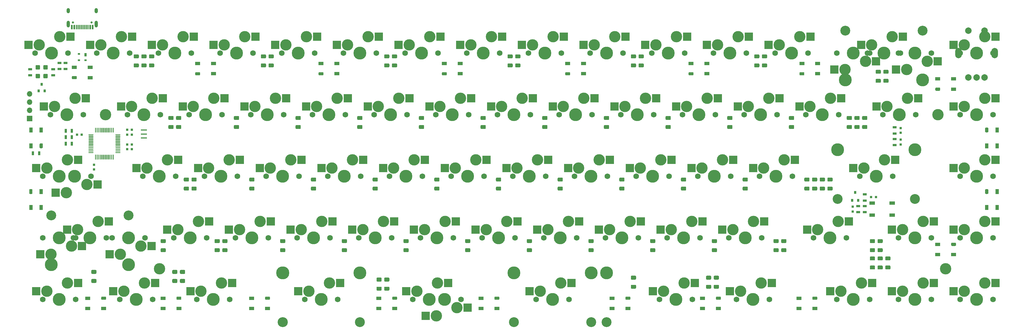
<source format=gbr>
%TF.GenerationSoftware,KiCad,Pcbnew,(5.1.11)-1*%
%TF.CreationDate,2022-07-12T18:19:22+07:00*%
%TF.ProjectId,Malenia,4d616c65-6e69-4612-9e6b-696361645f70,rev?*%
%TF.SameCoordinates,Original*%
%TF.FileFunction,Soldermask,Bot*%
%TF.FilePolarity,Negative*%
%FSLAX46Y46*%
G04 Gerber Fmt 4.6, Leading zero omitted, Abs format (unit mm)*
G04 Created by KiCad (PCBNEW (5.1.11)-1) date 2022-07-12 18:19:22*
%MOMM*%
%LPD*%
G01*
G04 APERTURE LIST*
%ADD10R,1.300000X0.700000*%
%ADD11R,0.750000X0.800000*%
%ADD12R,0.800000X0.900000*%
%ADD13R,1.700000X1.700000*%
%ADD14O,1.700000X1.700000*%
%ADD15C,0.500000*%
%ADD16C,1.750000*%
%ADD17C,3.500000*%
%ADD18R,2.550000X2.500000*%
%ADD19C,3.987800*%
%ADD20R,0.700000X1.300000*%
%ADD21R,1.000000X1.500000*%
%ADD22R,1.500000X1.000000*%
%ADD23R,1.900000X0.400000*%
%ADD24C,2.000000*%
%ADD25O,2.000000X3.200000*%
%ADD26R,1.800000X1.100000*%
%ADD27R,0.800000X0.750000*%
%ADD28C,3.048000*%
%ADD29R,0.700000X1.000000*%
%ADD30R,0.700000X0.600000*%
%ADD31R,0.600000X1.450000*%
%ADD32R,0.300000X1.450000*%
%ADD33C,0.650000*%
%ADD34O,1.000000X2.100000*%
%ADD35O,1.000000X1.600000*%
G04 APERTURE END LIST*
D10*
%TO.C,R13*%
X298600000Y-61050000D03*
X298600000Y-62950000D03*
%TD*%
%TO.C,R12*%
X298600000Y-64650000D03*
X298600000Y-66550000D03*
%TD*%
D11*
%TO.C,C12*%
X300400000Y-61250000D03*
X300400000Y-62750000D03*
%TD*%
%TO.C,C11*%
X300400000Y-64850000D03*
X300400000Y-66350000D03*
%TD*%
%TO.C,C10*%
X285572790Y-87070355D03*
X285572790Y-85570355D03*
%TD*%
D12*
%TO.C,Q1*%
X286346215Y-81200000D03*
X285396215Y-83600000D03*
X287296215Y-83600000D03*
%TD*%
D13*
%TO.C,J1*%
X31351395Y-58340550D03*
D14*
X31351395Y-55800550D03*
X31351395Y-53260550D03*
X31351395Y-50720550D03*
%TD*%
D15*
%TO.C,MX58*%
X32416750Y-110807500D03*
D16*
X45561250Y-114300000D03*
X35401250Y-114300000D03*
D17*
X43021250Y-109220000D03*
D15*
X47302750Y-108267500D03*
D18*
X46323250Y-109220000D03*
D15*
X47302750Y-110172500D03*
D18*
X33396250Y-111760000D03*
D15*
X32416750Y-112712500D03*
D17*
X36671250Y-111760000D03*
D19*
X40481250Y-114300000D03*
%TD*%
D15*
%TO.C,MX19*%
X63373000Y-72707500D03*
D16*
X76517500Y-76200000D03*
X66357500Y-76200000D03*
D17*
X67627500Y-73660000D03*
D19*
X71437500Y-76200000D03*
D17*
X73977500Y-71120000D03*
D15*
X63373000Y-74612500D03*
X78259000Y-72072500D03*
X78259000Y-70167500D03*
D18*
X77279500Y-71120000D03*
X64352500Y-73660000D03*
%TD*%
D20*
%TO.C,R11*%
X32387340Y-69056220D03*
X34287340Y-69056220D03*
%TD*%
%TO.C,D95*%
G36*
G01*
X31986280Y-81643940D02*
X31486280Y-81643940D01*
G75*
G02*
X31236280Y-81393940I0J250000D01*
G01*
X31236280Y-80393940D01*
G75*
G02*
X31486280Y-80143940I250000J0D01*
G01*
X31986280Y-80143940D01*
G75*
G02*
X32236280Y-80393940I0J-250000D01*
G01*
X32236280Y-81393940D01*
G75*
G02*
X31986280Y-81643940I-250000J0D01*
G01*
G37*
D21*
X34936280Y-80893940D03*
X31736280Y-85793940D03*
X34936280Y-85793940D03*
%TD*%
%TO.C,D94*%
G36*
G01*
X53491045Y-114140950D02*
X53491045Y-113640950D01*
G75*
G02*
X53741045Y-113390950I250000J0D01*
G01*
X54741045Y-113390950D01*
G75*
G02*
X54991045Y-113640950I0J-250000D01*
G01*
X54991045Y-114140950D01*
G75*
G02*
X54741045Y-114390950I-250000J0D01*
G01*
X53741045Y-114390950D01*
G75*
G02*
X53491045Y-114140950I0J250000D01*
G01*
G37*
D22*
X54241045Y-117090950D03*
X49341045Y-113890950D03*
X49341045Y-117090950D03*
%TD*%
%TO.C,D93*%
G36*
G01*
X76708330Y-114140950D02*
X76708330Y-113640950D01*
G75*
G02*
X76958330Y-113390950I250000J0D01*
G01*
X77958330Y-113390950D01*
G75*
G02*
X78208330Y-113640950I0J-250000D01*
G01*
X78208330Y-114140950D01*
G75*
G02*
X77958330Y-114390950I-250000J0D01*
G01*
X76958330Y-114390950D01*
G75*
G02*
X76708330Y-114140950I0J250000D01*
G01*
G37*
X77458330Y-117090950D03*
X72558330Y-113890950D03*
X72558330Y-117090950D03*
%TD*%
%TO.C,D92*%
X99942820Y-117090950D03*
X99942820Y-113890950D03*
X104842820Y-117090950D03*
G36*
G01*
X104092820Y-114140950D02*
X104092820Y-113640950D01*
G75*
G02*
X104342820Y-113390950I250000J0D01*
G01*
X105342820Y-113390950D01*
G75*
G02*
X105592820Y-113640950I0J-250000D01*
G01*
X105592820Y-114140950D01*
G75*
G02*
X105342820Y-114390950I-250000J0D01*
G01*
X104342820Y-114390950D01*
G75*
G02*
X104092820Y-114140950I0J250000D01*
G01*
G37*
%TD*%
%TO.C,D91*%
X139233610Y-117090950D03*
X139233610Y-113890950D03*
X144133610Y-117090950D03*
G36*
G01*
X143383610Y-114140950D02*
X143383610Y-113640950D01*
G75*
G02*
X143633610Y-113390950I250000J0D01*
G01*
X144633610Y-113390950D01*
G75*
G02*
X144883610Y-113640950I0J-250000D01*
G01*
X144883610Y-114140950D01*
G75*
G02*
X144633610Y-114390950I-250000J0D01*
G01*
X143633610Y-114390950D01*
G75*
G02*
X143383610Y-114140950I0J250000D01*
G01*
G37*
%TD*%
%TO.C,D90*%
X170785305Y-117090950D03*
X170785305Y-113890950D03*
X175685305Y-117090950D03*
G36*
G01*
X174935305Y-114140950D02*
X174935305Y-113640950D01*
G75*
G02*
X175185305Y-113390950I250000J0D01*
G01*
X176185305Y-113390950D01*
G75*
G02*
X176435305Y-113640950I0J-250000D01*
G01*
X176435305Y-114140950D01*
G75*
G02*
X176185305Y-114390950I-250000J0D01*
G01*
X175185305Y-114390950D01*
G75*
G02*
X174935305Y-114140950I0J250000D01*
G01*
G37*
%TD*%
%TO.C,D89*%
X211266725Y-117090950D03*
X211266725Y-113890950D03*
X216166725Y-117090950D03*
G36*
G01*
X215416725Y-114140950D02*
X215416725Y-113640950D01*
G75*
G02*
X215666725Y-113390950I250000J0D01*
G01*
X216666725Y-113390950D01*
G75*
G02*
X216916725Y-113640950I0J-250000D01*
G01*
X216916725Y-114140950D01*
G75*
G02*
X216666725Y-114390950I-250000J0D01*
G01*
X215666725Y-114390950D01*
G75*
G02*
X215416725Y-114140950I0J250000D01*
G01*
G37*
%TD*%
%TO.C,D88*%
X239247570Y-117090950D03*
X239247570Y-113890950D03*
X244147570Y-117090950D03*
G36*
G01*
X243397570Y-114140950D02*
X243397570Y-113640950D01*
G75*
G02*
X243647570Y-113390950I250000J0D01*
G01*
X244647570Y-113390950D01*
G75*
G02*
X244897570Y-113640950I0J-250000D01*
G01*
X244897570Y-114140950D01*
G75*
G02*
X244647570Y-114390950I-250000J0D01*
G01*
X243647570Y-114390950D01*
G75*
G02*
X243397570Y-114140950I0J250000D01*
G01*
G37*
%TD*%
%TO.C,D87*%
X269013320Y-117090950D03*
X269013320Y-113890950D03*
X273913320Y-117090950D03*
G36*
G01*
X273163320Y-114140950D02*
X273163320Y-113640950D01*
G75*
G02*
X273413320Y-113390950I250000J0D01*
G01*
X274413320Y-113390950D01*
G75*
G02*
X274663320Y-113640950I0J-250000D01*
G01*
X274663320Y-114140950D01*
G75*
G02*
X274413320Y-114390950I-250000J0D01*
G01*
X273413320Y-114390950D01*
G75*
G02*
X273163320Y-114140950I0J250000D01*
G01*
G37*
%TD*%
%TO.C,D86*%
X311874960Y-100422130D03*
X311874960Y-97222130D03*
X316774960Y-100422130D03*
G36*
G01*
X316024960Y-97472130D02*
X316024960Y-96972130D01*
G75*
G02*
X316274960Y-96722130I250000J0D01*
G01*
X317274960Y-96722130D01*
G75*
G02*
X317524960Y-96972130I0J-250000D01*
G01*
X317524960Y-97472130D01*
G75*
G02*
X317274960Y-97722130I-250000J0D01*
G01*
X316274960Y-97722130D01*
G75*
G02*
X316024960Y-97472130I0J250000D01*
G01*
G37*
%TD*%
D21*
%TO.C,D85*%
X330212520Y-85793940D03*
X327012520Y-85793940D03*
X330212520Y-80893940D03*
G36*
G01*
X327262520Y-81643940D02*
X326762520Y-81643940D01*
G75*
G02*
X326512520Y-81393940I0J250000D01*
G01*
X326512520Y-80393940D01*
G75*
G02*
X326762520Y-80143940I250000J0D01*
G01*
X327262520Y-80143940D01*
G75*
G02*
X327512520Y-80393940I0J-250000D01*
G01*
X327512520Y-81393940D01*
G75*
G02*
X327262520Y-81643940I-250000J0D01*
G01*
G37*
%TD*%
%TO.C,D84*%
X330212520Y-66743860D03*
X327012520Y-66743860D03*
X330212520Y-61843860D03*
G36*
G01*
X327262520Y-62593860D02*
X326762520Y-62593860D01*
G75*
G02*
X326512520Y-62343860I0J250000D01*
G01*
X326512520Y-61343860D01*
G75*
G02*
X326762520Y-61093860I250000J0D01*
G01*
X327262520Y-61093860D01*
G75*
G02*
X327512520Y-61343860I0J-250000D01*
G01*
X327512520Y-62343860D01*
G75*
G02*
X327262520Y-62593860I-250000J0D01*
G01*
G37*
%TD*%
D22*
%TO.C,D83*%
X316774960Y-46025040D03*
X316774960Y-49225040D03*
X311874960Y-46025040D03*
G36*
G01*
X312624960Y-48975040D02*
X312624960Y-49475040D01*
G75*
G02*
X312374960Y-49725040I-250000J0D01*
G01*
X311374960Y-49725040D01*
G75*
G02*
X311124960Y-49475040I0J250000D01*
G01*
X311124960Y-48975040D01*
G75*
G02*
X311374960Y-48725040I250000J0D01*
G01*
X312374960Y-48725040D01*
G75*
G02*
X312624960Y-48975040I0J-250000D01*
G01*
G37*
%TD*%
%TO.C,D82*%
X274806586Y-41262288D03*
X274806586Y-44462288D03*
X269906586Y-41262288D03*
G36*
G01*
X270656586Y-44212288D02*
X270656586Y-44712288D01*
G75*
G02*
X270406586Y-44962288I-250000J0D01*
G01*
X269406586Y-44962288D01*
G75*
G02*
X269156586Y-44712288I0J250000D01*
G01*
X269156586Y-44212288D01*
G75*
G02*
X269406586Y-43962288I250000J0D01*
G01*
X270406586Y-43962288D01*
G75*
G02*
X270656586Y-44212288I0J-250000D01*
G01*
G37*
%TD*%
%TO.C,D81*%
X240574940Y-41262280D03*
X240574940Y-44462280D03*
X235674940Y-41262280D03*
G36*
G01*
X236424940Y-44212280D02*
X236424940Y-44712280D01*
G75*
G02*
X236174940Y-44962280I-250000J0D01*
G01*
X235174940Y-44962280D01*
G75*
G02*
X234924940Y-44712280I0J250000D01*
G01*
X234924940Y-44212280D01*
G75*
G02*
X235174940Y-43962280I250000J0D01*
G01*
X236174940Y-43962280D01*
G75*
G02*
X236424940Y-44212280I0J-250000D01*
G01*
G37*
%TD*%
%TO.C,D80*%
X202474940Y-41262280D03*
X202474940Y-44462280D03*
X197574940Y-41262280D03*
G36*
G01*
X198324940Y-44212280D02*
X198324940Y-44712280D01*
G75*
G02*
X198074940Y-44962280I-250000J0D01*
G01*
X197074940Y-44962280D01*
G75*
G02*
X196824940Y-44712280I0J250000D01*
G01*
X196824940Y-44212280D01*
G75*
G02*
X197074940Y-43962280I250000J0D01*
G01*
X198074940Y-43962280D01*
G75*
G02*
X198324940Y-44212280I0J-250000D01*
G01*
G37*
%TD*%
%TO.C,D79*%
X164374940Y-41262280D03*
X164374940Y-44462280D03*
X159474940Y-41262280D03*
G36*
G01*
X160224940Y-44212280D02*
X160224940Y-44712280D01*
G75*
G02*
X159974940Y-44962280I-250000J0D01*
G01*
X158974940Y-44962280D01*
G75*
G02*
X158724940Y-44712280I0J250000D01*
G01*
X158724940Y-44212280D01*
G75*
G02*
X158974940Y-43962280I250000J0D01*
G01*
X159974940Y-43962280D01*
G75*
G02*
X160224940Y-44212280I0J-250000D01*
G01*
G37*
%TD*%
%TO.C,D78*%
X126274940Y-41262280D03*
X126274940Y-44462280D03*
X121374940Y-41262280D03*
G36*
G01*
X122124940Y-44212280D02*
X122124940Y-44712280D01*
G75*
G02*
X121874940Y-44962280I-250000J0D01*
G01*
X120874940Y-44962280D01*
G75*
G02*
X120624940Y-44712280I0J250000D01*
G01*
X120624940Y-44212280D01*
G75*
G02*
X120874940Y-43962280I250000J0D01*
G01*
X121874940Y-43962280D01*
G75*
G02*
X122124940Y-44212280I0J-250000D01*
G01*
G37*
%TD*%
%TO.C,D77*%
X88174940Y-41262280D03*
X88174940Y-44462280D03*
X83274940Y-41262280D03*
G36*
G01*
X84024940Y-44212280D02*
X84024940Y-44712280D01*
G75*
G02*
X83774940Y-44962280I-250000J0D01*
G01*
X82774940Y-44962280D01*
G75*
G02*
X82524940Y-44712280I0J250000D01*
G01*
X82524940Y-44212280D01*
G75*
G02*
X82774940Y-43962280I250000J0D01*
G01*
X83774940Y-43962280D01*
G75*
G02*
X84024940Y-44212280I0J-250000D01*
G01*
G37*
%TD*%
%TO.C,D76*%
X50075056Y-42453160D03*
X50075056Y-45653160D03*
X45175056Y-42453160D03*
G36*
G01*
X45925056Y-45403160D02*
X45925056Y-45903160D01*
G75*
G02*
X45675056Y-46153160I-250000J0D01*
G01*
X44675056Y-46153160D01*
G75*
G02*
X44425056Y-45903160I0J250000D01*
G01*
X44425056Y-45403160D01*
G75*
G02*
X44675056Y-45153160I250000J0D01*
G01*
X45675056Y-45153160D01*
G75*
G02*
X45925056Y-45403160I0J-250000D01*
G01*
G37*
%TD*%
D21*
%TO.C,D75*%
X31737220Y-61843620D03*
X34937220Y-61843620D03*
X31737220Y-66743620D03*
G36*
G01*
X34687220Y-65993620D02*
X35187220Y-65993620D01*
G75*
G02*
X35437220Y-66243620I0J-250000D01*
G01*
X35437220Y-67243620D01*
G75*
G02*
X35187220Y-67493620I-250000J0D01*
G01*
X34687220Y-67493620D01*
G75*
G02*
X34437220Y-67243620I0J250000D01*
G01*
X34437220Y-66243620D01*
G75*
G02*
X34687220Y-65993620I250000J0D01*
G01*
G37*
%TD*%
D23*
%TO.C,Y1*%
X66675120Y-64303230D03*
X66675120Y-63103230D03*
X66675120Y-61903230D03*
%TD*%
D20*
%TO.C,R10*%
X44420535Y-62079686D03*
X42520535Y-62079686D03*
%TD*%
%TO.C,D73*%
G36*
G01*
X242922475Y-109742485D02*
X244042475Y-109742485D01*
G75*
G02*
X244282475Y-109982485I0J-240000D01*
G01*
X244282475Y-110702485D01*
G75*
G02*
X244042475Y-110942485I-240000J0D01*
G01*
X242922475Y-110942485D01*
G75*
G02*
X242682475Y-110702485I0J240000D01*
G01*
X242682475Y-109982485D01*
G75*
G02*
X242922475Y-109742485I240000J0D01*
G01*
G37*
G36*
G01*
X242922475Y-106942485D02*
X244042475Y-106942485D01*
G75*
G02*
X244282475Y-107182485I0J-240000D01*
G01*
X244282475Y-107902485D01*
G75*
G02*
X244042475Y-108142485I-240000J0D01*
G01*
X242922475Y-108142485D01*
G75*
G02*
X242682475Y-107902485I0J240000D01*
G01*
X242682475Y-107182485D01*
G75*
G02*
X242922475Y-106942485I240000J0D01*
G01*
G37*
%TD*%
%TO.C,D68*%
G36*
G01*
X295906710Y-103789335D02*
X297026710Y-103789335D01*
G75*
G02*
X297266710Y-104029335I0J-240000D01*
G01*
X297266710Y-104749335D01*
G75*
G02*
X297026710Y-104989335I-240000J0D01*
G01*
X295906710Y-104989335D01*
G75*
G02*
X295666710Y-104749335I0J240000D01*
G01*
X295666710Y-104029335D01*
G75*
G02*
X295906710Y-103789335I240000J0D01*
G01*
G37*
G36*
G01*
X295906710Y-100989335D02*
X297026710Y-100989335D01*
G75*
G02*
X297266710Y-101229335I0J-240000D01*
G01*
X297266710Y-101949335D01*
G75*
G02*
X297026710Y-102189335I-240000J0D01*
G01*
X295906710Y-102189335D01*
G75*
G02*
X295666710Y-101949335I0J240000D01*
G01*
X295666710Y-101229335D01*
G75*
G02*
X295906710Y-100989335I240000J0D01*
G01*
G37*
%TD*%
%TO.C,D67*%
G36*
G01*
X293525450Y-103789335D02*
X294645450Y-103789335D01*
G75*
G02*
X294885450Y-104029335I0J-240000D01*
G01*
X294885450Y-104749335D01*
G75*
G02*
X294645450Y-104989335I-240000J0D01*
G01*
X293525450Y-104989335D01*
G75*
G02*
X293285450Y-104749335I0J240000D01*
G01*
X293285450Y-104029335D01*
G75*
G02*
X293525450Y-103789335I240000J0D01*
G01*
G37*
G36*
G01*
X293525450Y-100989335D02*
X294645450Y-100989335D01*
G75*
G02*
X294885450Y-101229335I0J-240000D01*
G01*
X294885450Y-101949335D01*
G75*
G02*
X294645450Y-102189335I-240000J0D01*
G01*
X293525450Y-102189335D01*
G75*
G02*
X293285450Y-101949335I0J240000D01*
G01*
X293285450Y-101229335D01*
G75*
G02*
X293525450Y-100989335I240000J0D01*
G01*
G37*
%TD*%
%TO.C,D66*%
G36*
G01*
X291144050Y-103789175D02*
X292264050Y-103789175D01*
G75*
G02*
X292504050Y-104029175I0J-240000D01*
G01*
X292504050Y-104749175D01*
G75*
G02*
X292264050Y-104989175I-240000J0D01*
G01*
X291144050Y-104989175D01*
G75*
G02*
X290904050Y-104749175I0J240000D01*
G01*
X290904050Y-104029175D01*
G75*
G02*
X291144050Y-103789175I240000J0D01*
G01*
G37*
G36*
G01*
X291144050Y-100989175D02*
X292264050Y-100989175D01*
G75*
G02*
X292504050Y-101229175I0J-240000D01*
G01*
X292504050Y-101949175D01*
G75*
G02*
X292264050Y-102189175I-240000J0D01*
G01*
X291144050Y-102189175D01*
G75*
G02*
X290904050Y-101949175I0J240000D01*
G01*
X290904050Y-101229175D01*
G75*
G02*
X291144050Y-100989175I240000J0D01*
G01*
G37*
%TD*%
%TO.C,D65*%
G36*
G01*
X240541215Y-109742485D02*
X241661215Y-109742485D01*
G75*
G02*
X241901215Y-109982485I0J-240000D01*
G01*
X241901215Y-110702485D01*
G75*
G02*
X241661215Y-110942485I-240000J0D01*
G01*
X240541215Y-110942485D01*
G75*
G02*
X240301215Y-110702485I0J240000D01*
G01*
X240301215Y-109982485D01*
G75*
G02*
X240541215Y-109742485I240000J0D01*
G01*
G37*
G36*
G01*
X240541215Y-106942485D02*
X241661215Y-106942485D01*
G75*
G02*
X241901215Y-107182485I0J-240000D01*
G01*
X241901215Y-107902485D01*
G75*
G02*
X241661215Y-108142485I-240000J0D01*
G01*
X240541215Y-108142485D01*
G75*
G02*
X240301215Y-107902485I0J240000D01*
G01*
X240301215Y-107182485D01*
G75*
G02*
X240541215Y-106942485I240000J0D01*
G01*
G37*
%TD*%
%TO.C,D63*%
G36*
G01*
X217323930Y-109742485D02*
X218443930Y-109742485D01*
G75*
G02*
X218683930Y-109982485I0J-240000D01*
G01*
X218683930Y-110702485D01*
G75*
G02*
X218443930Y-110942485I-240000J0D01*
G01*
X217323930Y-110942485D01*
G75*
G02*
X217083930Y-110702485I0J240000D01*
G01*
X217083930Y-109982485D01*
G75*
G02*
X217323930Y-109742485I240000J0D01*
G01*
G37*
G36*
G01*
X217323930Y-106942485D02*
X218443930Y-106942485D01*
G75*
G02*
X218683930Y-107182485I0J-240000D01*
G01*
X218683930Y-107902485D01*
G75*
G02*
X218443930Y-108142485I-240000J0D01*
G01*
X217323930Y-108142485D01*
G75*
G02*
X217083930Y-107902485I0J240000D01*
G01*
X217083930Y-107182485D01*
G75*
G02*
X217323930Y-106942485I240000J0D01*
G01*
G37*
%TD*%
%TO.C,D62*%
G36*
G01*
X141123610Y-110337800D02*
X142243610Y-110337800D01*
G75*
G02*
X142483610Y-110577800I0J-240000D01*
G01*
X142483610Y-111297800D01*
G75*
G02*
X142243610Y-111537800I-240000J0D01*
G01*
X141123610Y-111537800D01*
G75*
G02*
X140883610Y-111297800I0J240000D01*
G01*
X140883610Y-110577800D01*
G75*
G02*
X141123610Y-110337800I240000J0D01*
G01*
G37*
G36*
G01*
X141123610Y-107537800D02*
X142243610Y-107537800D01*
G75*
G02*
X142483610Y-107777800I0J-240000D01*
G01*
X142483610Y-108497800D01*
G75*
G02*
X142243610Y-108737800I-240000J0D01*
G01*
X141123610Y-108737800D01*
G75*
G02*
X140883610Y-108497800I0J240000D01*
G01*
X140883610Y-107777800D01*
G75*
G02*
X141123610Y-107537800I240000J0D01*
G01*
G37*
%TD*%
%TO.C,D61*%
G36*
G01*
X138742350Y-110337800D02*
X139862350Y-110337800D01*
G75*
G02*
X140102350Y-110577800I0J-240000D01*
G01*
X140102350Y-111297800D01*
G75*
G02*
X139862350Y-111537800I-240000J0D01*
G01*
X138742350Y-111537800D01*
G75*
G02*
X138502350Y-111297800I0J240000D01*
G01*
X138502350Y-110577800D01*
G75*
G02*
X138742350Y-110337800I240000J0D01*
G01*
G37*
G36*
G01*
X138742350Y-107537800D02*
X139862350Y-107537800D01*
G75*
G02*
X140102350Y-107777800I0J-240000D01*
G01*
X140102350Y-108497800D01*
G75*
G02*
X139862350Y-108737800I-240000J0D01*
G01*
X138742350Y-108737800D01*
G75*
G02*
X138502350Y-108497800I0J240000D01*
G01*
X138502350Y-107777800D01*
G75*
G02*
X138742350Y-107537800I240000J0D01*
G01*
G37*
%TD*%
%TO.C,D59*%
G36*
G01*
X78021420Y-107956540D02*
X79141420Y-107956540D01*
G75*
G02*
X79381420Y-108196540I0J-240000D01*
G01*
X79381420Y-108916540D01*
G75*
G02*
X79141420Y-109156540I-240000J0D01*
G01*
X78021420Y-109156540D01*
G75*
G02*
X77781420Y-108916540I0J240000D01*
G01*
X77781420Y-108196540D01*
G75*
G02*
X78021420Y-107956540I240000J0D01*
G01*
G37*
G36*
G01*
X78021420Y-105156540D02*
X79141420Y-105156540D01*
G75*
G02*
X79381420Y-105396540I0J-240000D01*
G01*
X79381420Y-106116540D01*
G75*
G02*
X79141420Y-106356540I-240000J0D01*
G01*
X78021420Y-106356540D01*
G75*
G02*
X77781420Y-106116540I0J240000D01*
G01*
X77781420Y-105396540D01*
G75*
G02*
X78021420Y-105156540I240000J0D01*
G01*
G37*
%TD*%
%TO.C,D58*%
G36*
G01*
X75640160Y-107956540D02*
X76760160Y-107956540D01*
G75*
G02*
X77000160Y-108196540I0J-240000D01*
G01*
X77000160Y-108916540D01*
G75*
G02*
X76760160Y-109156540I-240000J0D01*
G01*
X75640160Y-109156540D01*
G75*
G02*
X75400160Y-108916540I0J240000D01*
G01*
X75400160Y-108196540D01*
G75*
G02*
X75640160Y-107956540I240000J0D01*
G01*
G37*
G36*
G01*
X75640160Y-105156540D02*
X76760160Y-105156540D01*
G75*
G02*
X77000160Y-105396540I0J-240000D01*
G01*
X77000160Y-106116540D01*
G75*
G02*
X76760160Y-106356540I-240000J0D01*
G01*
X75640160Y-106356540D01*
G75*
G02*
X75400160Y-106116540I0J240000D01*
G01*
X75400160Y-105396540D01*
G75*
G02*
X75640160Y-105156540I240000J0D01*
G01*
G37*
%TD*%
%TO.C,D57*%
G36*
G01*
X294645450Y-96831500D02*
X293525450Y-96831500D01*
G75*
G02*
X293285450Y-96591500I0J240000D01*
G01*
X293285450Y-95871500D01*
G75*
G02*
X293525450Y-95631500I240000J0D01*
G01*
X294645450Y-95631500D01*
G75*
G02*
X294885450Y-95871500I0J-240000D01*
G01*
X294885450Y-96591500D01*
G75*
G02*
X294645450Y-96831500I-240000J0D01*
G01*
G37*
G36*
G01*
X294645450Y-99631500D02*
X293525450Y-99631500D01*
G75*
G02*
X293285450Y-99391500I0J240000D01*
G01*
X293285450Y-98671500D01*
G75*
G02*
X293525450Y-98431500I240000J0D01*
G01*
X294645450Y-98431500D01*
G75*
G02*
X294885450Y-98671500I0J-240000D01*
G01*
X294885450Y-99391500D01*
G75*
G02*
X294645450Y-99631500I-240000J0D01*
G01*
G37*
%TD*%
%TO.C,D55*%
G36*
G01*
X292264190Y-96831500D02*
X291144190Y-96831500D01*
G75*
G02*
X290904190Y-96591500I0J240000D01*
G01*
X290904190Y-95871500D01*
G75*
G02*
X291144190Y-95631500I240000J0D01*
G01*
X292264190Y-95631500D01*
G75*
G02*
X292504190Y-95871500I0J-240000D01*
G01*
X292504190Y-96591500D01*
G75*
G02*
X292264190Y-96831500I-240000J0D01*
G01*
G37*
G36*
G01*
X292264190Y-99631500D02*
X291144190Y-99631500D01*
G75*
G02*
X290904190Y-99391500I0J240000D01*
G01*
X290904190Y-98671500D01*
G75*
G02*
X291144190Y-98431500I240000J0D01*
G01*
X292264190Y-98431500D01*
G75*
G02*
X292504190Y-98671500I0J-240000D01*
G01*
X292504190Y-99391500D01*
G75*
G02*
X292264190Y-99631500I-240000J0D01*
G01*
G37*
%TD*%
%TO.C,D54*%
G36*
G01*
X264879700Y-96831500D02*
X263759700Y-96831500D01*
G75*
G02*
X263519700Y-96591500I0J240000D01*
G01*
X263519700Y-95871500D01*
G75*
G02*
X263759700Y-95631500I240000J0D01*
G01*
X264879700Y-95631500D01*
G75*
G02*
X265119700Y-95871500I0J-240000D01*
G01*
X265119700Y-96591500D01*
G75*
G02*
X264879700Y-96831500I-240000J0D01*
G01*
G37*
G36*
G01*
X264879700Y-99631500D02*
X263759700Y-99631500D01*
G75*
G02*
X263519700Y-99391500I0J240000D01*
G01*
X263519700Y-98671500D01*
G75*
G02*
X263759700Y-98431500I240000J0D01*
G01*
X264879700Y-98431500D01*
G75*
G02*
X265119700Y-98671500I0J-240000D01*
G01*
X265119700Y-99391500D01*
G75*
G02*
X264879700Y-99631500I-240000J0D01*
G01*
G37*
%TD*%
%TO.C,D46*%
G36*
G01*
X110097800Y-96831500D02*
X108977800Y-96831500D01*
G75*
G02*
X108737800Y-96591500I0J240000D01*
G01*
X108737800Y-95871500D01*
G75*
G02*
X108977800Y-95631500I240000J0D01*
G01*
X110097800Y-95631500D01*
G75*
G02*
X110337800Y-95871500I0J-240000D01*
G01*
X110337800Y-96591500D01*
G75*
G02*
X110097800Y-96831500I-240000J0D01*
G01*
G37*
G36*
G01*
X110097800Y-99631500D02*
X108977800Y-99631500D01*
G75*
G02*
X108737800Y-99391500I0J240000D01*
G01*
X108737800Y-98671500D01*
G75*
G02*
X108977800Y-98431500I240000J0D01*
G01*
X110097800Y-98431500D01*
G75*
G02*
X110337800Y-98671500I0J-240000D01*
G01*
X110337800Y-99391500D01*
G75*
G02*
X110097800Y-99631500I-240000J0D01*
G01*
G37*
%TD*%
%TO.C,D42*%
G36*
G01*
X279167260Y-77781420D02*
X278047260Y-77781420D01*
G75*
G02*
X277807260Y-77541420I0J240000D01*
G01*
X277807260Y-76821420D01*
G75*
G02*
X278047260Y-76581420I240000J0D01*
G01*
X279167260Y-76581420D01*
G75*
G02*
X279407260Y-76821420I0J-240000D01*
G01*
X279407260Y-77541420D01*
G75*
G02*
X279167260Y-77781420I-240000J0D01*
G01*
G37*
G36*
G01*
X279167260Y-80581420D02*
X278047260Y-80581420D01*
G75*
G02*
X277807260Y-80341420I0J240000D01*
G01*
X277807260Y-79621420D01*
G75*
G02*
X278047260Y-79381420I240000J0D01*
G01*
X279167260Y-79381420D01*
G75*
G02*
X279407260Y-79621420I0J-240000D01*
G01*
X279407260Y-80341420D01*
G75*
G02*
X279167260Y-80581420I-240000J0D01*
G01*
G37*
%TD*%
%TO.C,D41*%
G36*
G01*
X289882930Y-58731340D02*
X288762930Y-58731340D01*
G75*
G02*
X288522930Y-58491340I0J240000D01*
G01*
X288522930Y-57771340D01*
G75*
G02*
X288762930Y-57531340I240000J0D01*
G01*
X289882930Y-57531340D01*
G75*
G02*
X290122930Y-57771340I0J-240000D01*
G01*
X290122930Y-58491340D01*
G75*
G02*
X289882930Y-58731340I-240000J0D01*
G01*
G37*
G36*
G01*
X289882930Y-61531340D02*
X288762930Y-61531340D01*
G75*
G02*
X288522930Y-61291340I0J240000D01*
G01*
X288522930Y-60571340D01*
G75*
G02*
X288762930Y-60331340I240000J0D01*
G01*
X289882930Y-60331340D01*
G75*
G02*
X290122930Y-60571340I0J-240000D01*
G01*
X290122930Y-61291340D01*
G75*
G02*
X289882930Y-61531340I-240000J0D01*
G01*
G37*
%TD*%
%TO.C,D40*%
G36*
G01*
X296431395Y-44443780D02*
X295311395Y-44443780D01*
G75*
G02*
X295071395Y-44203780I0J240000D01*
G01*
X295071395Y-43483780D01*
G75*
G02*
X295311395Y-43243780I240000J0D01*
G01*
X296431395Y-43243780D01*
G75*
G02*
X296671395Y-43483780I0J-240000D01*
G01*
X296671395Y-44203780D01*
G75*
G02*
X296431395Y-44443780I-240000J0D01*
G01*
G37*
G36*
G01*
X296431395Y-47243780D02*
X295311395Y-47243780D01*
G75*
G02*
X295071395Y-47003780I0J240000D01*
G01*
X295071395Y-46283780D01*
G75*
G02*
X295311395Y-46043780I240000J0D01*
G01*
X296431395Y-46043780D01*
G75*
G02*
X296671395Y-46283780I0J-240000D01*
G01*
X296671395Y-47003780D01*
G75*
G02*
X296431395Y-47243780I-240000J0D01*
G01*
G37*
%TD*%
%TO.C,D39*%
G36*
G01*
X276786000Y-77781420D02*
X275666000Y-77781420D01*
G75*
G02*
X275426000Y-77541420I0J240000D01*
G01*
X275426000Y-76821420D01*
G75*
G02*
X275666000Y-76581420I240000J0D01*
G01*
X276786000Y-76581420D01*
G75*
G02*
X277026000Y-76821420I0J-240000D01*
G01*
X277026000Y-77541420D01*
G75*
G02*
X276786000Y-77781420I-240000J0D01*
G01*
G37*
G36*
G01*
X276786000Y-80581420D02*
X275666000Y-80581420D01*
G75*
G02*
X275426000Y-80341420I0J240000D01*
G01*
X275426000Y-79621420D01*
G75*
G02*
X275666000Y-79381420I240000J0D01*
G01*
X276786000Y-79381420D01*
G75*
G02*
X277026000Y-79621420I0J-240000D01*
G01*
X277026000Y-80341420D01*
G75*
G02*
X276786000Y-80581420I-240000J0D01*
G01*
G37*
%TD*%
%TO.C,D38*%
G36*
G01*
X287501670Y-58731340D02*
X286381670Y-58731340D01*
G75*
G02*
X286141670Y-58491340I0J240000D01*
G01*
X286141670Y-57771340D01*
G75*
G02*
X286381670Y-57531340I240000J0D01*
G01*
X287501670Y-57531340D01*
G75*
G02*
X287741670Y-57771340I0J-240000D01*
G01*
X287741670Y-58491340D01*
G75*
G02*
X287501670Y-58731340I-240000J0D01*
G01*
G37*
G36*
G01*
X287501670Y-61531340D02*
X286381670Y-61531340D01*
G75*
G02*
X286141670Y-61291340I0J240000D01*
G01*
X286141670Y-60571340D01*
G75*
G02*
X286381670Y-60331340I240000J0D01*
G01*
X287501670Y-60331340D01*
G75*
G02*
X287741670Y-60571340I0J-240000D01*
G01*
X287741670Y-61291340D01*
G75*
G02*
X287501670Y-61531340I-240000J0D01*
G01*
G37*
%TD*%
%TO.C,D37*%
G36*
G01*
X294050135Y-44443780D02*
X292930135Y-44443780D01*
G75*
G02*
X292690135Y-44203780I0J240000D01*
G01*
X292690135Y-43483780D01*
G75*
G02*
X292930135Y-43243780I240000J0D01*
G01*
X294050135Y-43243780D01*
G75*
G02*
X294290135Y-43483780I0J-240000D01*
G01*
X294290135Y-44203780D01*
G75*
G02*
X294050135Y-44443780I-240000J0D01*
G01*
G37*
G36*
G01*
X294050135Y-47243780D02*
X292930135Y-47243780D01*
G75*
G02*
X292690135Y-47003780I0J240000D01*
G01*
X292690135Y-46283780D01*
G75*
G02*
X292930135Y-46043780I240000J0D01*
G01*
X294050135Y-46043780D01*
G75*
G02*
X294290135Y-46283780I0J-240000D01*
G01*
X294290135Y-47003780D01*
G75*
G02*
X294050135Y-47243780I-240000J0D01*
G01*
G37*
%TD*%
%TO.C,D36*%
G36*
G01*
X274404740Y-77781420D02*
X273284740Y-77781420D01*
G75*
G02*
X273044740Y-77541420I0J240000D01*
G01*
X273044740Y-76821420D01*
G75*
G02*
X273284740Y-76581420I240000J0D01*
G01*
X274404740Y-76581420D01*
G75*
G02*
X274644740Y-76821420I0J-240000D01*
G01*
X274644740Y-77541420D01*
G75*
G02*
X274404740Y-77781420I-240000J0D01*
G01*
G37*
G36*
G01*
X274404740Y-80581420D02*
X273284740Y-80581420D01*
G75*
G02*
X273044740Y-80341420I0J240000D01*
G01*
X273044740Y-79621420D01*
G75*
G02*
X273284740Y-79381420I240000J0D01*
G01*
X274404740Y-79381420D01*
G75*
G02*
X274644740Y-79621420I0J-240000D01*
G01*
X274644740Y-80341420D01*
G75*
G02*
X274404740Y-80581420I-240000J0D01*
G01*
G37*
%TD*%
%TO.C,D7*%
G36*
G01*
X69616380Y-39681260D02*
X68496380Y-39681260D01*
G75*
G02*
X68256380Y-39441260I0J240000D01*
G01*
X68256380Y-38721260D01*
G75*
G02*
X68496380Y-38481260I240000J0D01*
G01*
X69616380Y-38481260D01*
G75*
G02*
X69856380Y-38721260I0J-240000D01*
G01*
X69856380Y-39441260D01*
G75*
G02*
X69616380Y-39681260I-240000J0D01*
G01*
G37*
G36*
G01*
X69616380Y-42481260D02*
X68496380Y-42481260D01*
G75*
G02*
X68256380Y-42241260I0J240000D01*
G01*
X68256380Y-41521260D01*
G75*
G02*
X68496380Y-41281260I240000J0D01*
G01*
X69616380Y-41281260D01*
G75*
G02*
X69856380Y-41521260I0J-240000D01*
G01*
X69856380Y-42241260D01*
G75*
G02*
X69616380Y-42481260I-240000J0D01*
G01*
G37*
%TD*%
%TO.C,D5*%
G36*
G01*
X77950790Y-58731340D02*
X76830790Y-58731340D01*
G75*
G02*
X76590790Y-58491340I0J240000D01*
G01*
X76590790Y-57771340D01*
G75*
G02*
X76830790Y-57531340I240000J0D01*
G01*
X77950790Y-57531340D01*
G75*
G02*
X78190790Y-57771340I0J-240000D01*
G01*
X78190790Y-58491340D01*
G75*
G02*
X77950790Y-58731340I-240000J0D01*
G01*
G37*
G36*
G01*
X77950790Y-61531340D02*
X76830790Y-61531340D01*
G75*
G02*
X76590790Y-61291340I0J240000D01*
G01*
X76590790Y-60571340D01*
G75*
G02*
X76830790Y-60331340I240000J0D01*
G01*
X77950790Y-60331340D01*
G75*
G02*
X78190790Y-60571340I0J-240000D01*
G01*
X78190790Y-61291340D01*
G75*
G02*
X77950790Y-61531340I-240000J0D01*
G01*
G37*
%TD*%
%TO.C,D2*%
G36*
G01*
X75569530Y-58731340D02*
X74449530Y-58731340D01*
G75*
G02*
X74209530Y-58491340I0J240000D01*
G01*
X74209530Y-57771340D01*
G75*
G02*
X74449530Y-57531340I240000J0D01*
G01*
X75569530Y-57531340D01*
G75*
G02*
X75809530Y-57771340I0J-240000D01*
G01*
X75809530Y-58491340D01*
G75*
G02*
X75569530Y-58731340I-240000J0D01*
G01*
G37*
G36*
G01*
X75569530Y-61531340D02*
X74449530Y-61531340D01*
G75*
G02*
X74209530Y-61291340I0J240000D01*
G01*
X74209530Y-60571340D01*
G75*
G02*
X74449530Y-60331340I240000J0D01*
G01*
X75569530Y-60331340D01*
G75*
G02*
X75809530Y-60571340I0J-240000D01*
G01*
X75809530Y-61291340D01*
G75*
G02*
X75569530Y-61531340I-240000J0D01*
G01*
G37*
%TD*%
D15*
%TO.C,MX18*%
X58610500Y-53657500D03*
D16*
X71755000Y-57150000D03*
X61595000Y-57150000D03*
D17*
X62865000Y-54610000D03*
D19*
X66675000Y-57150000D03*
D17*
X69215000Y-52070000D03*
D15*
X58610500Y-55562500D03*
X73496500Y-53022500D03*
X73496500Y-51117500D03*
D18*
X72517000Y-52070000D03*
X59590000Y-54610000D03*
%TD*%
D24*
%TO.C,SW2*%
X321350000Y-45600000D03*
X323850000Y-45600000D03*
X326350000Y-45600000D03*
D25*
X318250000Y-38100000D03*
X329450000Y-38100000D03*
D24*
X321350000Y-31100000D03*
X326350000Y-31100000D03*
%TD*%
D26*
%TO.C,SW1*%
X297780625Y-84470355D03*
X291580625Y-88170355D03*
X297780625Y-88170355D03*
X291580625Y-84470355D03*
%TD*%
D10*
%TO.C,R5*%
X287322790Y-87270355D03*
X287322790Y-85370355D03*
%TD*%
%TO.C,R4*%
X289322790Y-85370355D03*
X289322790Y-87270355D03*
%TD*%
%TO.C,R3*%
X289322790Y-81798465D03*
X289322790Y-83698465D03*
%TD*%
%TO.C,D72*%
G36*
G01*
X262498300Y-96831340D02*
X261378300Y-96831340D01*
G75*
G02*
X261138300Y-96591340I0J240000D01*
G01*
X261138300Y-95871340D01*
G75*
G02*
X261378300Y-95631340I240000J0D01*
G01*
X262498300Y-95631340D01*
G75*
G02*
X262738300Y-95871340I0J-240000D01*
G01*
X262738300Y-96591340D01*
G75*
G02*
X262498300Y-96831340I-240000J0D01*
G01*
G37*
G36*
G01*
X262498300Y-99631340D02*
X261378300Y-99631340D01*
G75*
G02*
X261138300Y-99391340I0J240000D01*
G01*
X261138300Y-98671340D01*
G75*
G02*
X261378300Y-98431340I240000J0D01*
G01*
X262498300Y-98431340D01*
G75*
G02*
X262738300Y-98671340I0J-240000D01*
G01*
X262738300Y-99391340D01*
G75*
G02*
X262498300Y-99631340I-240000J0D01*
G01*
G37*
%TD*%
%TO.C,D71*%
G36*
G01*
X272022600Y-77781420D02*
X270902600Y-77781420D01*
G75*
G02*
X270662600Y-77541420I0J240000D01*
G01*
X270662600Y-76821420D01*
G75*
G02*
X270902600Y-76581420I240000J0D01*
G01*
X272022600Y-76581420D01*
G75*
G02*
X272262600Y-76821420I0J-240000D01*
G01*
X272262600Y-77541420D01*
G75*
G02*
X272022600Y-77781420I-240000J0D01*
G01*
G37*
G36*
G01*
X272022600Y-80581420D02*
X270902600Y-80581420D01*
G75*
G02*
X270662600Y-80341420I0J240000D01*
G01*
X270662600Y-79621420D01*
G75*
G02*
X270902600Y-79381420I240000J0D01*
G01*
X272022600Y-79381420D01*
G75*
G02*
X272262600Y-79621420I0J-240000D01*
G01*
X272262600Y-80341420D01*
G75*
G02*
X272022600Y-80581420I-240000J0D01*
G01*
G37*
%TD*%
%TO.C,D70*%
G36*
G01*
X267260240Y-58731340D02*
X266140240Y-58731340D01*
G75*
G02*
X265900240Y-58491340I0J240000D01*
G01*
X265900240Y-57771340D01*
G75*
G02*
X266140240Y-57531340I240000J0D01*
G01*
X267260240Y-57531340D01*
G75*
G02*
X267500240Y-57771340I0J-240000D01*
G01*
X267500240Y-58491340D01*
G75*
G02*
X267260240Y-58731340I-240000J0D01*
G01*
G37*
G36*
G01*
X267260240Y-61531340D02*
X266140240Y-61531340D01*
G75*
G02*
X265900240Y-61291340I0J240000D01*
G01*
X265900240Y-60571340D01*
G75*
G02*
X266140240Y-60331340I240000J0D01*
G01*
X267260240Y-60331340D01*
G75*
G02*
X267500240Y-60571340I0J-240000D01*
G01*
X267500240Y-61291340D01*
G75*
G02*
X267260240Y-61531340I-240000J0D01*
G01*
G37*
%TD*%
%TO.C,D56*%
G36*
G01*
X50636770Y-107956540D02*
X51756770Y-107956540D01*
G75*
G02*
X51996770Y-108196540I0J-240000D01*
G01*
X51996770Y-108916540D01*
G75*
G02*
X51756770Y-109156540I-240000J0D01*
G01*
X50636770Y-109156540D01*
G75*
G02*
X50396770Y-108916540I0J240000D01*
G01*
X50396770Y-108196540D01*
G75*
G02*
X50636770Y-107956540I240000J0D01*
G01*
G37*
G36*
G01*
X50636770Y-105156540D02*
X51756770Y-105156540D01*
G75*
G02*
X51996770Y-105396540I0J-240000D01*
G01*
X51996770Y-106116540D01*
G75*
G02*
X51756770Y-106356540I-240000J0D01*
G01*
X50636770Y-106356540D01*
G75*
G02*
X50396770Y-106116540I0J240000D01*
G01*
X50396770Y-105396540D01*
G75*
G02*
X50636770Y-105156540I240000J0D01*
G01*
G37*
%TD*%
%TO.C,D53*%
G36*
G01*
X243448200Y-96831500D02*
X242328200Y-96831500D01*
G75*
G02*
X242088200Y-96591500I0J240000D01*
G01*
X242088200Y-95871500D01*
G75*
G02*
X242328200Y-95631500I240000J0D01*
G01*
X243448200Y-95631500D01*
G75*
G02*
X243688200Y-95871500I0J-240000D01*
G01*
X243688200Y-96591500D01*
G75*
G02*
X243448200Y-96831500I-240000J0D01*
G01*
G37*
G36*
G01*
X243448200Y-99631500D02*
X242328200Y-99631500D01*
G75*
G02*
X242088200Y-99391500I0J240000D01*
G01*
X242088200Y-98671500D01*
G75*
G02*
X242328200Y-98431500I240000J0D01*
G01*
X243448200Y-98431500D01*
G75*
G02*
X243688200Y-98671500I0J-240000D01*
G01*
X243688200Y-99391500D01*
G75*
G02*
X243448200Y-99631500I-240000J0D01*
G01*
G37*
%TD*%
%TO.C,D52*%
G36*
G01*
X224398120Y-96831500D02*
X223278120Y-96831500D01*
G75*
G02*
X223038120Y-96591500I0J240000D01*
G01*
X223038120Y-95871500D01*
G75*
G02*
X223278120Y-95631500I240000J0D01*
G01*
X224398120Y-95631500D01*
G75*
G02*
X224638120Y-95871500I0J-240000D01*
G01*
X224638120Y-96591500D01*
G75*
G02*
X224398120Y-96831500I-240000J0D01*
G01*
G37*
G36*
G01*
X224398120Y-99631500D02*
X223278120Y-99631500D01*
G75*
G02*
X223038120Y-99391500I0J240000D01*
G01*
X223038120Y-98671500D01*
G75*
G02*
X223278120Y-98431500I240000J0D01*
G01*
X224398120Y-98431500D01*
G75*
G02*
X224638120Y-98671500I0J-240000D01*
G01*
X224638120Y-99391500D01*
G75*
G02*
X224398120Y-99631500I-240000J0D01*
G01*
G37*
%TD*%
%TO.C,D51*%
G36*
G01*
X205348040Y-96831500D02*
X204228040Y-96831500D01*
G75*
G02*
X203988040Y-96591500I0J240000D01*
G01*
X203988040Y-95871500D01*
G75*
G02*
X204228040Y-95631500I240000J0D01*
G01*
X205348040Y-95631500D01*
G75*
G02*
X205588040Y-95871500I0J-240000D01*
G01*
X205588040Y-96591500D01*
G75*
G02*
X205348040Y-96831500I-240000J0D01*
G01*
G37*
G36*
G01*
X205348040Y-99631500D02*
X204228040Y-99631500D01*
G75*
G02*
X203988040Y-99391500I0J240000D01*
G01*
X203988040Y-98671500D01*
G75*
G02*
X204228040Y-98431500I240000J0D01*
G01*
X205348040Y-98431500D01*
G75*
G02*
X205588040Y-98671500I0J-240000D01*
G01*
X205588040Y-99391500D01*
G75*
G02*
X205348040Y-99631500I-240000J0D01*
G01*
G37*
%TD*%
%TO.C,D50*%
G36*
G01*
X186297880Y-96831500D02*
X185177880Y-96831500D01*
G75*
G02*
X184937880Y-96591500I0J240000D01*
G01*
X184937880Y-95871500D01*
G75*
G02*
X185177880Y-95631500I240000J0D01*
G01*
X186297880Y-95631500D01*
G75*
G02*
X186537880Y-95871500I0J-240000D01*
G01*
X186537880Y-96591500D01*
G75*
G02*
X186297880Y-96831500I-240000J0D01*
G01*
G37*
G36*
G01*
X186297880Y-99631500D02*
X185177880Y-99631500D01*
G75*
G02*
X184937880Y-99391500I0J240000D01*
G01*
X184937880Y-98671500D01*
G75*
G02*
X185177880Y-98431500I240000J0D01*
G01*
X186297880Y-98431500D01*
G75*
G02*
X186537880Y-98671500I0J-240000D01*
G01*
X186537880Y-99391500D01*
G75*
G02*
X186297880Y-99631500I-240000J0D01*
G01*
G37*
%TD*%
%TO.C,D49*%
G36*
G01*
X167247880Y-96831500D02*
X166127880Y-96831500D01*
G75*
G02*
X165887880Y-96591500I0J240000D01*
G01*
X165887880Y-95871500D01*
G75*
G02*
X166127880Y-95631500I240000J0D01*
G01*
X167247880Y-95631500D01*
G75*
G02*
X167487880Y-95871500I0J-240000D01*
G01*
X167487880Y-96591500D01*
G75*
G02*
X167247880Y-96831500I-240000J0D01*
G01*
G37*
G36*
G01*
X167247880Y-99631500D02*
X166127880Y-99631500D01*
G75*
G02*
X165887880Y-99391500I0J240000D01*
G01*
X165887880Y-98671500D01*
G75*
G02*
X166127880Y-98431500I240000J0D01*
G01*
X167247880Y-98431500D01*
G75*
G02*
X167487880Y-98671500I0J-240000D01*
G01*
X167487880Y-99391500D01*
G75*
G02*
X167247880Y-99631500I-240000J0D01*
G01*
G37*
%TD*%
%TO.C,D48*%
G36*
G01*
X148197800Y-96831500D02*
X147077800Y-96831500D01*
G75*
G02*
X146837800Y-96591500I0J240000D01*
G01*
X146837800Y-95871500D01*
G75*
G02*
X147077800Y-95631500I240000J0D01*
G01*
X148197800Y-95631500D01*
G75*
G02*
X148437800Y-95871500I0J-240000D01*
G01*
X148437800Y-96591500D01*
G75*
G02*
X148197800Y-96831500I-240000J0D01*
G01*
G37*
G36*
G01*
X148197800Y-99631500D02*
X147077800Y-99631500D01*
G75*
G02*
X146837800Y-99391500I0J240000D01*
G01*
X146837800Y-98671500D01*
G75*
G02*
X147077800Y-98431500I240000J0D01*
G01*
X148197800Y-98431500D01*
G75*
G02*
X148437800Y-98671500I0J-240000D01*
G01*
X148437800Y-99391500D01*
G75*
G02*
X148197800Y-99631500I-240000J0D01*
G01*
G37*
%TD*%
%TO.C,D47*%
G36*
G01*
X129147720Y-96831500D02*
X128027720Y-96831500D01*
G75*
G02*
X127787720Y-96591500I0J240000D01*
G01*
X127787720Y-95871500D01*
G75*
G02*
X128027720Y-95631500I240000J0D01*
G01*
X129147720Y-95631500D01*
G75*
G02*
X129387720Y-95871500I0J-240000D01*
G01*
X129387720Y-96591500D01*
G75*
G02*
X129147720Y-96831500I-240000J0D01*
G01*
G37*
G36*
G01*
X129147720Y-99631500D02*
X128027720Y-99631500D01*
G75*
G02*
X127787720Y-99391500I0J240000D01*
G01*
X127787720Y-98671500D01*
G75*
G02*
X128027720Y-98431500I240000J0D01*
G01*
X129147720Y-98431500D01*
G75*
G02*
X129387720Y-98671500I0J-240000D01*
G01*
X129387720Y-99391500D01*
G75*
G02*
X129147720Y-99631500I-240000J0D01*
G01*
G37*
%TD*%
%TO.C,D45*%
G36*
G01*
X92238190Y-96831500D02*
X91118190Y-96831500D01*
G75*
G02*
X90878190Y-96591500I0J240000D01*
G01*
X90878190Y-95871500D01*
G75*
G02*
X91118190Y-95631500I240000J0D01*
G01*
X92238190Y-95631500D01*
G75*
G02*
X92478190Y-95871500I0J-240000D01*
G01*
X92478190Y-96591500D01*
G75*
G02*
X92238190Y-96831500I-240000J0D01*
G01*
G37*
G36*
G01*
X92238190Y-99631500D02*
X91118190Y-99631500D01*
G75*
G02*
X90878190Y-99391500I0J240000D01*
G01*
X90878190Y-98671500D01*
G75*
G02*
X91118190Y-98431500I240000J0D01*
G01*
X92238190Y-98431500D01*
G75*
G02*
X92478190Y-98671500I0J-240000D01*
G01*
X92478190Y-99391500D01*
G75*
G02*
X92238190Y-99631500I-240000J0D01*
G01*
G37*
%TD*%
%TO.C,D44*%
G36*
G01*
X89856930Y-96831500D02*
X88736930Y-96831500D01*
G75*
G02*
X88496930Y-96591500I0J240000D01*
G01*
X88496930Y-95871500D01*
G75*
G02*
X88736930Y-95631500I240000J0D01*
G01*
X89856930Y-95631500D01*
G75*
G02*
X90096930Y-95871500I0J-240000D01*
G01*
X90096930Y-96591500D01*
G75*
G02*
X89856930Y-96831500I-240000J0D01*
G01*
G37*
G36*
G01*
X89856930Y-99631500D02*
X88736930Y-99631500D01*
G75*
G02*
X88496930Y-99391500I0J240000D01*
G01*
X88496930Y-98671500D01*
G75*
G02*
X88736930Y-98431500I240000J0D01*
G01*
X89856930Y-98431500D01*
G75*
G02*
X90096930Y-98671500I0J-240000D01*
G01*
X90096930Y-99391500D01*
G75*
G02*
X89856930Y-99631500I-240000J0D01*
G01*
G37*
%TD*%
%TO.C,D43*%
G36*
G01*
X73188110Y-96831500D02*
X72068110Y-96831500D01*
G75*
G02*
X71828110Y-96591500I0J240000D01*
G01*
X71828110Y-95871500D01*
G75*
G02*
X72068110Y-95631500I240000J0D01*
G01*
X73188110Y-95631500D01*
G75*
G02*
X73428110Y-95871500I0J-240000D01*
G01*
X73428110Y-96591500D01*
G75*
G02*
X73188110Y-96831500I-240000J0D01*
G01*
G37*
G36*
G01*
X73188110Y-99631500D02*
X72068110Y-99631500D01*
G75*
G02*
X71828110Y-99391500I0J240000D01*
G01*
X71828110Y-98671500D01*
G75*
G02*
X72068110Y-98431500I240000J0D01*
G01*
X73188110Y-98431500D01*
G75*
G02*
X73428110Y-98671500I0J-240000D01*
G01*
X73428110Y-99391500D01*
G75*
G02*
X73188110Y-99631500I-240000J0D01*
G01*
G37*
%TD*%
%TO.C,D35*%
G36*
G01*
X285120250Y-58731340D02*
X284000250Y-58731340D01*
G75*
G02*
X283760250Y-58491340I0J240000D01*
G01*
X283760250Y-57771340D01*
G75*
G02*
X284000250Y-57531340I240000J0D01*
G01*
X285120250Y-57531340D01*
G75*
G02*
X285360250Y-57771340I0J-240000D01*
G01*
X285360250Y-58491340D01*
G75*
G02*
X285120250Y-58731340I-240000J0D01*
G01*
G37*
G36*
G01*
X285120250Y-61531340D02*
X284000250Y-61531340D01*
G75*
G02*
X283760250Y-61291340I0J240000D01*
G01*
X283760250Y-60571340D01*
G75*
G02*
X284000250Y-60331340I240000J0D01*
G01*
X285120250Y-60331340D01*
G75*
G02*
X285360250Y-60571340I0J-240000D01*
G01*
X285360250Y-61291340D01*
G75*
G02*
X285120250Y-61531340I-240000J0D01*
G01*
G37*
%TD*%
%TO.C,D33*%
G36*
G01*
X252972600Y-77781420D02*
X251852600Y-77781420D01*
G75*
G02*
X251612600Y-77541420I0J240000D01*
G01*
X251612600Y-76821420D01*
G75*
G02*
X251852600Y-76581420I240000J0D01*
G01*
X252972600Y-76581420D01*
G75*
G02*
X253212600Y-76821420I0J-240000D01*
G01*
X253212600Y-77541420D01*
G75*
G02*
X252972600Y-77781420I-240000J0D01*
G01*
G37*
G36*
G01*
X252972600Y-80581420D02*
X251852600Y-80581420D01*
G75*
G02*
X251612600Y-80341420I0J240000D01*
G01*
X251612600Y-79621420D01*
G75*
G02*
X251852600Y-79381420I240000J0D01*
G01*
X252972600Y-79381420D01*
G75*
G02*
X253212600Y-79621420I0J-240000D01*
G01*
X253212600Y-80341420D01*
G75*
G02*
X252972600Y-80581420I-240000J0D01*
G01*
G37*
%TD*%
%TO.C,D32*%
G36*
G01*
X248210240Y-58731340D02*
X247090240Y-58731340D01*
G75*
G02*
X246850240Y-58491340I0J240000D01*
G01*
X246850240Y-57771340D01*
G75*
G02*
X247090240Y-57531340I240000J0D01*
G01*
X248210240Y-57531340D01*
G75*
G02*
X248450240Y-57771340I0J-240000D01*
G01*
X248450240Y-58491340D01*
G75*
G02*
X248210240Y-58731340I-240000J0D01*
G01*
G37*
G36*
G01*
X248210240Y-61531340D02*
X247090240Y-61531340D01*
G75*
G02*
X246850240Y-61291340I0J240000D01*
G01*
X246850240Y-60571340D01*
G75*
G02*
X247090240Y-60331340I240000J0D01*
G01*
X248210240Y-60331340D01*
G75*
G02*
X248450240Y-60571340I0J-240000D01*
G01*
X248450240Y-61291340D01*
G75*
G02*
X248210240Y-61531340I-240000J0D01*
G01*
G37*
%TD*%
%TO.C,D30*%
G36*
G01*
X233922600Y-77781420D02*
X232802600Y-77781420D01*
G75*
G02*
X232562600Y-77541420I0J240000D01*
G01*
X232562600Y-76821420D01*
G75*
G02*
X232802600Y-76581420I240000J0D01*
G01*
X233922600Y-76581420D01*
G75*
G02*
X234162600Y-76821420I0J-240000D01*
G01*
X234162600Y-77541420D01*
G75*
G02*
X233922600Y-77781420I-240000J0D01*
G01*
G37*
G36*
G01*
X233922600Y-80581420D02*
X232802600Y-80581420D01*
G75*
G02*
X232562600Y-80341420I0J240000D01*
G01*
X232562600Y-79621420D01*
G75*
G02*
X232802600Y-79381420I240000J0D01*
G01*
X233922600Y-79381420D01*
G75*
G02*
X234162600Y-79621420I0J-240000D01*
G01*
X234162600Y-80341420D01*
G75*
G02*
X233922600Y-80581420I-240000J0D01*
G01*
G37*
%TD*%
%TO.C,D29*%
G36*
G01*
X229160240Y-58731340D02*
X228040240Y-58731340D01*
G75*
G02*
X227800240Y-58491340I0J240000D01*
G01*
X227800240Y-57771340D01*
G75*
G02*
X228040240Y-57531340I240000J0D01*
G01*
X229160240Y-57531340D01*
G75*
G02*
X229400240Y-57771340I0J-240000D01*
G01*
X229400240Y-58491340D01*
G75*
G02*
X229160240Y-58731340I-240000J0D01*
G01*
G37*
G36*
G01*
X229160240Y-61531340D02*
X228040240Y-61531340D01*
G75*
G02*
X227800240Y-61291340I0J240000D01*
G01*
X227800240Y-60571340D01*
G75*
G02*
X228040240Y-60331340I240000J0D01*
G01*
X229160240Y-60331340D01*
G75*
G02*
X229400240Y-60571340I0J-240000D01*
G01*
X229400240Y-61291340D01*
G75*
G02*
X229160240Y-61531340I-240000J0D01*
G01*
G37*
%TD*%
%TO.C,D27*%
G36*
G01*
X214872600Y-77781420D02*
X213752600Y-77781420D01*
G75*
G02*
X213512600Y-77541420I0J240000D01*
G01*
X213512600Y-76821420D01*
G75*
G02*
X213752600Y-76581420I240000J0D01*
G01*
X214872600Y-76581420D01*
G75*
G02*
X215112600Y-76821420I0J-240000D01*
G01*
X215112600Y-77541420D01*
G75*
G02*
X214872600Y-77781420I-240000J0D01*
G01*
G37*
G36*
G01*
X214872600Y-80581420D02*
X213752600Y-80581420D01*
G75*
G02*
X213512600Y-80341420I0J240000D01*
G01*
X213512600Y-79621420D01*
G75*
G02*
X213752600Y-79381420I240000J0D01*
G01*
X214872600Y-79381420D01*
G75*
G02*
X215112600Y-79621420I0J-240000D01*
G01*
X215112600Y-80341420D01*
G75*
G02*
X214872600Y-80581420I-240000J0D01*
G01*
G37*
%TD*%
%TO.C,D26*%
G36*
G01*
X210110240Y-58731340D02*
X208990240Y-58731340D01*
G75*
G02*
X208750240Y-58491340I0J240000D01*
G01*
X208750240Y-57771340D01*
G75*
G02*
X208990240Y-57531340I240000J0D01*
G01*
X210110240Y-57531340D01*
G75*
G02*
X210350240Y-57771340I0J-240000D01*
G01*
X210350240Y-58491340D01*
G75*
G02*
X210110240Y-58731340I-240000J0D01*
G01*
G37*
G36*
G01*
X210110240Y-61531340D02*
X208990240Y-61531340D01*
G75*
G02*
X208750240Y-61291340I0J240000D01*
G01*
X208750240Y-60571340D01*
G75*
G02*
X208990240Y-60331340I240000J0D01*
G01*
X210110240Y-60331340D01*
G75*
G02*
X210350240Y-60571340I0J-240000D01*
G01*
X210350240Y-61291340D01*
G75*
G02*
X210110240Y-61531340I-240000J0D01*
G01*
G37*
%TD*%
%TO.C,D24*%
G36*
G01*
X195822600Y-77781420D02*
X194702600Y-77781420D01*
G75*
G02*
X194462600Y-77541420I0J240000D01*
G01*
X194462600Y-76821420D01*
G75*
G02*
X194702600Y-76581420I240000J0D01*
G01*
X195822600Y-76581420D01*
G75*
G02*
X196062600Y-76821420I0J-240000D01*
G01*
X196062600Y-77541420D01*
G75*
G02*
X195822600Y-77781420I-240000J0D01*
G01*
G37*
G36*
G01*
X195822600Y-80581420D02*
X194702600Y-80581420D01*
G75*
G02*
X194462600Y-80341420I0J240000D01*
G01*
X194462600Y-79621420D01*
G75*
G02*
X194702600Y-79381420I240000J0D01*
G01*
X195822600Y-79381420D01*
G75*
G02*
X196062600Y-79621420I0J-240000D01*
G01*
X196062600Y-80341420D01*
G75*
G02*
X195822600Y-80581420I-240000J0D01*
G01*
G37*
%TD*%
%TO.C,D23*%
G36*
G01*
X191060240Y-58731340D02*
X189940240Y-58731340D01*
G75*
G02*
X189700240Y-58491340I0J240000D01*
G01*
X189700240Y-57771340D01*
G75*
G02*
X189940240Y-57531340I240000J0D01*
G01*
X191060240Y-57531340D01*
G75*
G02*
X191300240Y-57771340I0J-240000D01*
G01*
X191300240Y-58491340D01*
G75*
G02*
X191060240Y-58731340I-240000J0D01*
G01*
G37*
G36*
G01*
X191060240Y-61531340D02*
X189940240Y-61531340D01*
G75*
G02*
X189700240Y-61291340I0J240000D01*
G01*
X189700240Y-60571340D01*
G75*
G02*
X189940240Y-60331340I240000J0D01*
G01*
X191060240Y-60331340D01*
G75*
G02*
X191300240Y-60571340I0J-240000D01*
G01*
X191300240Y-61291340D01*
G75*
G02*
X191060240Y-61531340I-240000J0D01*
G01*
G37*
%TD*%
%TO.C,D21*%
G36*
G01*
X176772600Y-77781420D02*
X175652600Y-77781420D01*
G75*
G02*
X175412600Y-77541420I0J240000D01*
G01*
X175412600Y-76821420D01*
G75*
G02*
X175652600Y-76581420I240000J0D01*
G01*
X176772600Y-76581420D01*
G75*
G02*
X177012600Y-76821420I0J-240000D01*
G01*
X177012600Y-77541420D01*
G75*
G02*
X176772600Y-77781420I-240000J0D01*
G01*
G37*
G36*
G01*
X176772600Y-80581420D02*
X175652600Y-80581420D01*
G75*
G02*
X175412600Y-80341420I0J240000D01*
G01*
X175412600Y-79621420D01*
G75*
G02*
X175652600Y-79381420I240000J0D01*
G01*
X176772600Y-79381420D01*
G75*
G02*
X177012600Y-79621420I0J-240000D01*
G01*
X177012600Y-80341420D01*
G75*
G02*
X176772600Y-80581420I-240000J0D01*
G01*
G37*
%TD*%
%TO.C,D20*%
G36*
G01*
X172010240Y-58731340D02*
X170890240Y-58731340D01*
G75*
G02*
X170650240Y-58491340I0J240000D01*
G01*
X170650240Y-57771340D01*
G75*
G02*
X170890240Y-57531340I240000J0D01*
G01*
X172010240Y-57531340D01*
G75*
G02*
X172250240Y-57771340I0J-240000D01*
G01*
X172250240Y-58491340D01*
G75*
G02*
X172010240Y-58731340I-240000J0D01*
G01*
G37*
G36*
G01*
X172010240Y-61531340D02*
X170890240Y-61531340D01*
G75*
G02*
X170650240Y-61291340I0J240000D01*
G01*
X170650240Y-60571340D01*
G75*
G02*
X170890240Y-60331340I240000J0D01*
G01*
X172010240Y-60331340D01*
G75*
G02*
X172250240Y-60571340I0J-240000D01*
G01*
X172250240Y-61291340D01*
G75*
G02*
X172010240Y-61531340I-240000J0D01*
G01*
G37*
%TD*%
%TO.C,D18*%
G36*
G01*
X157722600Y-77781420D02*
X156602600Y-77781420D01*
G75*
G02*
X156362600Y-77541420I0J240000D01*
G01*
X156362600Y-76821420D01*
G75*
G02*
X156602600Y-76581420I240000J0D01*
G01*
X157722600Y-76581420D01*
G75*
G02*
X157962600Y-76821420I0J-240000D01*
G01*
X157962600Y-77541420D01*
G75*
G02*
X157722600Y-77781420I-240000J0D01*
G01*
G37*
G36*
G01*
X157722600Y-80581420D02*
X156602600Y-80581420D01*
G75*
G02*
X156362600Y-80341420I0J240000D01*
G01*
X156362600Y-79621420D01*
G75*
G02*
X156602600Y-79381420I240000J0D01*
G01*
X157722600Y-79381420D01*
G75*
G02*
X157962600Y-79621420I0J-240000D01*
G01*
X157962600Y-80341420D01*
G75*
G02*
X157722600Y-80581420I-240000J0D01*
G01*
G37*
%TD*%
%TO.C,D17*%
G36*
G01*
X152960240Y-58731340D02*
X151840240Y-58731340D01*
G75*
G02*
X151600240Y-58491340I0J240000D01*
G01*
X151600240Y-57771340D01*
G75*
G02*
X151840240Y-57531340I240000J0D01*
G01*
X152960240Y-57531340D01*
G75*
G02*
X153200240Y-57771340I0J-240000D01*
G01*
X153200240Y-58491340D01*
G75*
G02*
X152960240Y-58731340I-240000J0D01*
G01*
G37*
G36*
G01*
X152960240Y-61531340D02*
X151840240Y-61531340D01*
G75*
G02*
X151600240Y-61291340I0J240000D01*
G01*
X151600240Y-60571340D01*
G75*
G02*
X151840240Y-60331340I240000J0D01*
G01*
X152960240Y-60331340D01*
G75*
G02*
X153200240Y-60571340I0J-240000D01*
G01*
X153200240Y-61291340D01*
G75*
G02*
X152960240Y-61531340I-240000J0D01*
G01*
G37*
%TD*%
%TO.C,D15*%
G36*
G01*
X138672600Y-77781420D02*
X137552600Y-77781420D01*
G75*
G02*
X137312600Y-77541420I0J240000D01*
G01*
X137312600Y-76821420D01*
G75*
G02*
X137552600Y-76581420I240000J0D01*
G01*
X138672600Y-76581420D01*
G75*
G02*
X138912600Y-76821420I0J-240000D01*
G01*
X138912600Y-77541420D01*
G75*
G02*
X138672600Y-77781420I-240000J0D01*
G01*
G37*
G36*
G01*
X138672600Y-80581420D02*
X137552600Y-80581420D01*
G75*
G02*
X137312600Y-80341420I0J240000D01*
G01*
X137312600Y-79621420D01*
G75*
G02*
X137552600Y-79381420I240000J0D01*
G01*
X138672600Y-79381420D01*
G75*
G02*
X138912600Y-79621420I0J-240000D01*
G01*
X138912600Y-80341420D01*
G75*
G02*
X138672600Y-80581420I-240000J0D01*
G01*
G37*
%TD*%
%TO.C,D14*%
G36*
G01*
X133910240Y-58731340D02*
X132790240Y-58731340D01*
G75*
G02*
X132550240Y-58491340I0J240000D01*
G01*
X132550240Y-57771340D01*
G75*
G02*
X132790240Y-57531340I240000J0D01*
G01*
X133910240Y-57531340D01*
G75*
G02*
X134150240Y-57771340I0J-240000D01*
G01*
X134150240Y-58491340D01*
G75*
G02*
X133910240Y-58731340I-240000J0D01*
G01*
G37*
G36*
G01*
X133910240Y-61531340D02*
X132790240Y-61531340D01*
G75*
G02*
X132550240Y-61291340I0J240000D01*
G01*
X132550240Y-60571340D01*
G75*
G02*
X132790240Y-60331340I240000J0D01*
G01*
X133910240Y-60331340D01*
G75*
G02*
X134150240Y-60571340I0J-240000D01*
G01*
X134150240Y-61291340D01*
G75*
G02*
X133910240Y-61531340I-240000J0D01*
G01*
G37*
%TD*%
%TO.C,D12*%
G36*
G01*
X119622600Y-77781420D02*
X118502600Y-77781420D01*
G75*
G02*
X118262600Y-77541420I0J240000D01*
G01*
X118262600Y-76821420D01*
G75*
G02*
X118502600Y-76581420I240000J0D01*
G01*
X119622600Y-76581420D01*
G75*
G02*
X119862600Y-76821420I0J-240000D01*
G01*
X119862600Y-77541420D01*
G75*
G02*
X119622600Y-77781420I-240000J0D01*
G01*
G37*
G36*
G01*
X119622600Y-80581420D02*
X118502600Y-80581420D01*
G75*
G02*
X118262600Y-80341420I0J240000D01*
G01*
X118262600Y-79621420D01*
G75*
G02*
X118502600Y-79381420I240000J0D01*
G01*
X119622600Y-79381420D01*
G75*
G02*
X119862600Y-79621420I0J-240000D01*
G01*
X119862600Y-80341420D01*
G75*
G02*
X119622600Y-80581420I-240000J0D01*
G01*
G37*
%TD*%
%TO.C,D11*%
G36*
G01*
X114860240Y-58731340D02*
X113740240Y-58731340D01*
G75*
G02*
X113500240Y-58491340I0J240000D01*
G01*
X113500240Y-57771340D01*
G75*
G02*
X113740240Y-57531340I240000J0D01*
G01*
X114860240Y-57531340D01*
G75*
G02*
X115100240Y-57771340I0J-240000D01*
G01*
X115100240Y-58491340D01*
G75*
G02*
X114860240Y-58731340I-240000J0D01*
G01*
G37*
G36*
G01*
X114860240Y-61531340D02*
X113740240Y-61531340D01*
G75*
G02*
X113500240Y-61291340I0J240000D01*
G01*
X113500240Y-60571340D01*
G75*
G02*
X113740240Y-60331340I240000J0D01*
G01*
X114860240Y-60331340D01*
G75*
G02*
X115100240Y-60571340I0J-240000D01*
G01*
X115100240Y-61291340D01*
G75*
G02*
X114860240Y-61531340I-240000J0D01*
G01*
G37*
%TD*%
%TO.C,D9*%
G36*
G01*
X100572600Y-77781420D02*
X99452600Y-77781420D01*
G75*
G02*
X99212600Y-77541420I0J240000D01*
G01*
X99212600Y-76821420D01*
G75*
G02*
X99452600Y-76581420I240000J0D01*
G01*
X100572600Y-76581420D01*
G75*
G02*
X100812600Y-76821420I0J-240000D01*
G01*
X100812600Y-77541420D01*
G75*
G02*
X100572600Y-77781420I-240000J0D01*
G01*
G37*
G36*
G01*
X100572600Y-80581420D02*
X99452600Y-80581420D01*
G75*
G02*
X99212600Y-80341420I0J240000D01*
G01*
X99212600Y-79621420D01*
G75*
G02*
X99452600Y-79381420I240000J0D01*
G01*
X100572600Y-79381420D01*
G75*
G02*
X100812600Y-79621420I0J-240000D01*
G01*
X100812600Y-80341420D01*
G75*
G02*
X100572600Y-80581420I-240000J0D01*
G01*
G37*
%TD*%
%TO.C,D8*%
G36*
G01*
X95810240Y-58731340D02*
X94690240Y-58731340D01*
G75*
G02*
X94450240Y-58491340I0J240000D01*
G01*
X94450240Y-57771340D01*
G75*
G02*
X94690240Y-57531340I240000J0D01*
G01*
X95810240Y-57531340D01*
G75*
G02*
X96050240Y-57771340I0J-240000D01*
G01*
X96050240Y-58491340D01*
G75*
G02*
X95810240Y-58731340I-240000J0D01*
G01*
G37*
G36*
G01*
X95810240Y-61531340D02*
X94690240Y-61531340D01*
G75*
G02*
X94450240Y-61291340I0J240000D01*
G01*
X94450240Y-60571340D01*
G75*
G02*
X94690240Y-60331340I240000J0D01*
G01*
X95810240Y-60331340D01*
G75*
G02*
X96050240Y-60571340I0J-240000D01*
G01*
X96050240Y-61291340D01*
G75*
G02*
X95810240Y-61531340I-240000J0D01*
G01*
G37*
%TD*%
%TO.C,D6*%
G36*
G01*
X82713170Y-77781260D02*
X81593170Y-77781260D01*
G75*
G02*
X81353170Y-77541260I0J240000D01*
G01*
X81353170Y-76821260D01*
G75*
G02*
X81593170Y-76581260I240000J0D01*
G01*
X82713170Y-76581260D01*
G75*
G02*
X82953170Y-76821260I0J-240000D01*
G01*
X82953170Y-77541260D01*
G75*
G02*
X82713170Y-77781260I-240000J0D01*
G01*
G37*
G36*
G01*
X82713170Y-80581260D02*
X81593170Y-80581260D01*
G75*
G02*
X81353170Y-80341260I0J240000D01*
G01*
X81353170Y-79621260D01*
G75*
G02*
X81593170Y-79381260I240000J0D01*
G01*
X82713170Y-79381260D01*
G75*
G02*
X82953170Y-79621260I0J-240000D01*
G01*
X82953170Y-80341260D01*
G75*
G02*
X82713170Y-80581260I-240000J0D01*
G01*
G37*
%TD*%
%TO.C,D3*%
G36*
G01*
X80331910Y-77781260D02*
X79211910Y-77781260D01*
G75*
G02*
X78971910Y-77541260I0J240000D01*
G01*
X78971910Y-76821260D01*
G75*
G02*
X79211910Y-76581260I240000J0D01*
G01*
X80331910Y-76581260D01*
G75*
G02*
X80571910Y-76821260I0J-240000D01*
G01*
X80571910Y-77541260D01*
G75*
G02*
X80331910Y-77781260I-240000J0D01*
G01*
G37*
G36*
G01*
X80331910Y-80581260D02*
X79211910Y-80581260D01*
G75*
G02*
X78971910Y-80341260I0J240000D01*
G01*
X78971910Y-79621260D01*
G75*
G02*
X79211910Y-79381260I240000J0D01*
G01*
X80331910Y-79381260D01*
G75*
G02*
X80571910Y-79621260I0J-240000D01*
G01*
X80571910Y-80341260D01*
G75*
G02*
X80331910Y-80581260I-240000J0D01*
G01*
G37*
%TD*%
D27*
%TO.C,C9*%
X292787500Y-82600000D03*
X291287500Y-82600000D03*
%TD*%
D28*
%TO.C,MX39*%
X304831750Y-83185000D03*
X280955750Y-83185000D03*
D19*
X304831750Y-67945000D03*
X280955750Y-67945000D03*
D15*
X284829250Y-72707500D03*
D16*
X297973750Y-76200000D03*
X287813750Y-76200000D03*
D17*
X295433750Y-71120000D03*
D15*
X299715250Y-70167500D03*
D18*
X298735750Y-71120000D03*
D15*
X299715250Y-72072500D03*
D18*
X285808750Y-73660000D03*
D15*
X284829250Y-74612500D03*
D17*
X289083750Y-73660000D03*
D19*
X292893750Y-76200000D03*
%TD*%
D28*
%TO.C,MX75*%
X61944250Y-88265000D03*
X38068250Y-88265000D03*
D19*
X61944250Y-103505000D03*
X38068250Y-103505000D03*
D15*
X41941750Y-91757500D03*
D16*
X55086250Y-95250000D03*
X44926250Y-95250000D03*
D17*
X52546250Y-90170000D03*
D15*
X56827750Y-89217500D03*
D18*
X55848250Y-90170000D03*
D15*
X56827750Y-91122500D03*
D18*
X42921250Y-92710000D03*
D15*
X41941750Y-93662500D03*
D17*
X46196250Y-92710000D03*
D19*
X50006250Y-95250000D03*
%TD*%
D10*
%TO.C,R9*%
X42437500Y-41100000D03*
X42437500Y-43000000D03*
%TD*%
%TO.C,R8*%
X40587500Y-43000000D03*
X40587500Y-41100000D03*
%TD*%
D17*
%TO.C,H4*%
X71460231Y-104768938D03*
%TD*%
%TO.C,H2*%
X311967183Y-57143786D03*
%TD*%
%TO.C,H1*%
X314347729Y-104768887D03*
%TD*%
D20*
%TO.C,R7*%
X44420535Y-64079686D03*
X42520535Y-64079686D03*
%TD*%
%TO.C,R6*%
X44420535Y-66079686D03*
X42520535Y-66079686D03*
%TD*%
D29*
%TO.C,U3*%
X48622003Y-38562592D03*
D30*
X46622003Y-38362592D03*
X48622003Y-40262592D03*
X46622003Y-40262592D03*
%TD*%
D31*
%TO.C,USB1*%
X50847003Y-30007592D03*
X44397003Y-30007592D03*
X50072003Y-30007592D03*
X45172003Y-30007592D03*
D32*
X45872003Y-30007592D03*
X49372003Y-30007592D03*
X46372003Y-30007592D03*
X48872003Y-30007592D03*
X46872003Y-30007592D03*
X48372003Y-30007592D03*
X47872003Y-30007592D03*
X47372003Y-30007592D03*
D33*
X50512003Y-28562592D03*
X44732003Y-28562592D03*
D34*
X43302003Y-29092592D03*
X51942003Y-29092592D03*
D35*
X43302003Y-24912592D03*
X51942003Y-24912592D03*
%TD*%
D10*
%TO.C,R2*%
X31506040Y-43031180D03*
X31506040Y-44931180D03*
%TD*%
%TO.C,R1*%
X38649820Y-43031180D03*
X38649820Y-44931180D03*
%TD*%
%TO.C,C8*%
G36*
G01*
X34312301Y-45871810D02*
X33462299Y-45871810D01*
G75*
G02*
X33212300Y-45621811I0J249999D01*
G01*
X33212300Y-44721809D01*
G75*
G02*
X33462299Y-44471810I249999J0D01*
G01*
X34312301Y-44471810D01*
G75*
G02*
X34562300Y-44721809I0J-249999D01*
G01*
X34562300Y-45621811D01*
G75*
G02*
X34312301Y-45871810I-249999J0D01*
G01*
G37*
G36*
G01*
X34312301Y-43171810D02*
X33462299Y-43171810D01*
G75*
G02*
X33212300Y-42921811I0J249999D01*
G01*
X33212300Y-42021809D01*
G75*
G02*
X33462299Y-41771810I249999J0D01*
G01*
X34312301Y-41771810D01*
G75*
G02*
X34562300Y-42021809I0J-249999D01*
G01*
X34562300Y-42921811D01*
G75*
G02*
X34312301Y-43171810I-249999J0D01*
G01*
G37*
%TD*%
%TO.C,C7*%
G36*
G01*
X36693561Y-45871810D02*
X35843559Y-45871810D01*
G75*
G02*
X35593560Y-45621811I0J249999D01*
G01*
X35593560Y-44721809D01*
G75*
G02*
X35843559Y-44471810I249999J0D01*
G01*
X36693561Y-44471810D01*
G75*
G02*
X36943560Y-44721809I0J-249999D01*
G01*
X36943560Y-45621811D01*
G75*
G02*
X36693561Y-45871810I-249999J0D01*
G01*
G37*
G36*
G01*
X36693561Y-43171810D02*
X35843559Y-43171810D01*
G75*
G02*
X35593560Y-42921811I0J249999D01*
G01*
X35593560Y-42021809D01*
G75*
G02*
X35843559Y-41771810I249999J0D01*
G01*
X36693561Y-41771810D01*
G75*
G02*
X36943560Y-42021809I0J-249999D01*
G01*
X36943560Y-42921811D01*
G75*
G02*
X36693561Y-43171810I-249999J0D01*
G01*
G37*
%TD*%
D19*
%TO.C,MX76*%
X295275000Y-38100000D03*
D17*
X291465000Y-35560000D03*
D15*
X287210500Y-36512500D03*
D18*
X288190000Y-35560000D03*
D15*
X302096500Y-33972500D03*
D18*
X301117000Y-33020000D03*
D15*
X302096500Y-32067500D03*
D17*
X297815000Y-33020000D03*
D16*
X290195000Y-38100000D03*
X300355000Y-38100000D03*
D15*
X287210500Y-34607500D03*
D19*
X283337000Y-46355000D03*
X307213000Y-46355000D03*
D28*
X283337000Y-31115000D03*
X307213000Y-31115000D03*
%TD*%
D12*
%TO.C,U2*%
X35077930Y-47743700D03*
X34127930Y-49743700D03*
X36027930Y-49743700D03*
%TD*%
%TO.C,D69*%
G36*
G01*
X256544375Y-42481250D02*
X255424375Y-42481250D01*
G75*
G02*
X255184375Y-42241250I0J240000D01*
G01*
X255184375Y-41521250D01*
G75*
G02*
X255424375Y-41281250I240000J0D01*
G01*
X256544375Y-41281250D01*
G75*
G02*
X256784375Y-41521250I0J-240000D01*
G01*
X256784375Y-42241250D01*
G75*
G02*
X256544375Y-42481250I-240000J0D01*
G01*
G37*
G36*
G01*
X256544375Y-39681250D02*
X255424375Y-39681250D01*
G75*
G02*
X255184375Y-39441250I0J240000D01*
G01*
X255184375Y-38721250D01*
G75*
G02*
X255424375Y-38481250I240000J0D01*
G01*
X256544375Y-38481250D01*
G75*
G02*
X256784375Y-38721250I0J-240000D01*
G01*
X256784375Y-39441250D01*
G75*
G02*
X256544375Y-39681250I-240000J0D01*
G01*
G37*
%TD*%
%TO.C,D34*%
G36*
G01*
X258925625Y-39681250D02*
X257805625Y-39681250D01*
G75*
G02*
X257565625Y-39441250I0J240000D01*
G01*
X257565625Y-38721250D01*
G75*
G02*
X257805625Y-38481250I240000J0D01*
G01*
X258925625Y-38481250D01*
G75*
G02*
X259165625Y-38721250I0J-240000D01*
G01*
X259165625Y-39441250D01*
G75*
G02*
X258925625Y-39681250I-240000J0D01*
G01*
G37*
G36*
G01*
X258925625Y-42481250D02*
X257805625Y-42481250D01*
G75*
G02*
X257565625Y-42241250I0J240000D01*
G01*
X257565625Y-41521250D01*
G75*
G02*
X257805625Y-41281250I240000J0D01*
G01*
X258925625Y-41281250D01*
G75*
G02*
X259165625Y-41521250I0J-240000D01*
G01*
X259165625Y-42241250D01*
G75*
G02*
X258925625Y-42481250I-240000J0D01*
G01*
G37*
%TD*%
%TO.C,D31*%
G36*
G01*
X220825625Y-39681250D02*
X219705625Y-39681250D01*
G75*
G02*
X219465625Y-39441250I0J240000D01*
G01*
X219465625Y-38721250D01*
G75*
G02*
X219705625Y-38481250I240000J0D01*
G01*
X220825625Y-38481250D01*
G75*
G02*
X221065625Y-38721250I0J-240000D01*
G01*
X221065625Y-39441250D01*
G75*
G02*
X220825625Y-39681250I-240000J0D01*
G01*
G37*
G36*
G01*
X220825625Y-42481250D02*
X219705625Y-42481250D01*
G75*
G02*
X219465625Y-42241250I0J240000D01*
G01*
X219465625Y-41521250D01*
G75*
G02*
X219705625Y-41281250I240000J0D01*
G01*
X220825625Y-41281250D01*
G75*
G02*
X221065625Y-41521250I0J-240000D01*
G01*
X221065625Y-42241250D01*
G75*
G02*
X220825625Y-42481250I-240000J0D01*
G01*
G37*
%TD*%
%TO.C,D28*%
G36*
G01*
X218444375Y-39681250D02*
X217324375Y-39681250D01*
G75*
G02*
X217084375Y-39441250I0J240000D01*
G01*
X217084375Y-38721250D01*
G75*
G02*
X217324375Y-38481250I240000J0D01*
G01*
X218444375Y-38481250D01*
G75*
G02*
X218684375Y-38721250I0J-240000D01*
G01*
X218684375Y-39441250D01*
G75*
G02*
X218444375Y-39681250I-240000J0D01*
G01*
G37*
G36*
G01*
X218444375Y-42481250D02*
X217324375Y-42481250D01*
G75*
G02*
X217084375Y-42241250I0J240000D01*
G01*
X217084375Y-41521250D01*
G75*
G02*
X217324375Y-41281250I240000J0D01*
G01*
X218444375Y-41281250D01*
G75*
G02*
X218684375Y-41521250I0J-240000D01*
G01*
X218684375Y-42241250D01*
G75*
G02*
X218444375Y-42481250I-240000J0D01*
G01*
G37*
%TD*%
%TO.C,D25*%
G36*
G01*
X182725625Y-39681250D02*
X181605625Y-39681250D01*
G75*
G02*
X181365625Y-39441250I0J240000D01*
G01*
X181365625Y-38721250D01*
G75*
G02*
X181605625Y-38481250I240000J0D01*
G01*
X182725625Y-38481250D01*
G75*
G02*
X182965625Y-38721250I0J-240000D01*
G01*
X182965625Y-39441250D01*
G75*
G02*
X182725625Y-39681250I-240000J0D01*
G01*
G37*
G36*
G01*
X182725625Y-42481250D02*
X181605625Y-42481250D01*
G75*
G02*
X181365625Y-42241250I0J240000D01*
G01*
X181365625Y-41521250D01*
G75*
G02*
X181605625Y-41281250I240000J0D01*
G01*
X182725625Y-41281250D01*
G75*
G02*
X182965625Y-41521250I0J-240000D01*
G01*
X182965625Y-42241250D01*
G75*
G02*
X182725625Y-42481250I-240000J0D01*
G01*
G37*
%TD*%
%TO.C,D22*%
G36*
G01*
X180344375Y-39681250D02*
X179224375Y-39681250D01*
G75*
G02*
X178984375Y-39441250I0J240000D01*
G01*
X178984375Y-38721250D01*
G75*
G02*
X179224375Y-38481250I240000J0D01*
G01*
X180344375Y-38481250D01*
G75*
G02*
X180584375Y-38721250I0J-240000D01*
G01*
X180584375Y-39441250D01*
G75*
G02*
X180344375Y-39681250I-240000J0D01*
G01*
G37*
G36*
G01*
X180344375Y-42481250D02*
X179224375Y-42481250D01*
G75*
G02*
X178984375Y-42241250I0J240000D01*
G01*
X178984375Y-41521250D01*
G75*
G02*
X179224375Y-41281250I240000J0D01*
G01*
X180344375Y-41281250D01*
G75*
G02*
X180584375Y-41521250I0J-240000D01*
G01*
X180584375Y-42241250D01*
G75*
G02*
X180344375Y-42481250I-240000J0D01*
G01*
G37*
%TD*%
%TO.C,D19*%
G36*
G01*
X144625625Y-39681250D02*
X143505625Y-39681250D01*
G75*
G02*
X143265625Y-39441250I0J240000D01*
G01*
X143265625Y-38721250D01*
G75*
G02*
X143505625Y-38481250I240000J0D01*
G01*
X144625625Y-38481250D01*
G75*
G02*
X144865625Y-38721250I0J-240000D01*
G01*
X144865625Y-39441250D01*
G75*
G02*
X144625625Y-39681250I-240000J0D01*
G01*
G37*
G36*
G01*
X144625625Y-42481250D02*
X143505625Y-42481250D01*
G75*
G02*
X143265625Y-42241250I0J240000D01*
G01*
X143265625Y-41521250D01*
G75*
G02*
X143505625Y-41281250I240000J0D01*
G01*
X144625625Y-41281250D01*
G75*
G02*
X144865625Y-41521250I0J-240000D01*
G01*
X144865625Y-42241250D01*
G75*
G02*
X144625625Y-42481250I-240000J0D01*
G01*
G37*
%TD*%
%TO.C,D16*%
G36*
G01*
X142244375Y-39681250D02*
X141124375Y-39681250D01*
G75*
G02*
X140884375Y-39441250I0J240000D01*
G01*
X140884375Y-38721250D01*
G75*
G02*
X141124375Y-38481250I240000J0D01*
G01*
X142244375Y-38481250D01*
G75*
G02*
X142484375Y-38721250I0J-240000D01*
G01*
X142484375Y-39441250D01*
G75*
G02*
X142244375Y-39681250I-240000J0D01*
G01*
G37*
G36*
G01*
X142244375Y-42481250D02*
X141124375Y-42481250D01*
G75*
G02*
X140884375Y-42241250I0J240000D01*
G01*
X140884375Y-41521250D01*
G75*
G02*
X141124375Y-41281250I240000J0D01*
G01*
X142244375Y-41281250D01*
G75*
G02*
X142484375Y-41521250I0J-240000D01*
G01*
X142484375Y-42241250D01*
G75*
G02*
X142244375Y-42481250I-240000J0D01*
G01*
G37*
%TD*%
%TO.C,D13*%
G36*
G01*
X106525625Y-39681250D02*
X105405625Y-39681250D01*
G75*
G02*
X105165625Y-39441250I0J240000D01*
G01*
X105165625Y-38721250D01*
G75*
G02*
X105405625Y-38481250I240000J0D01*
G01*
X106525625Y-38481250D01*
G75*
G02*
X106765625Y-38721250I0J-240000D01*
G01*
X106765625Y-39441250D01*
G75*
G02*
X106525625Y-39681250I-240000J0D01*
G01*
G37*
G36*
G01*
X106525625Y-42481250D02*
X105405625Y-42481250D01*
G75*
G02*
X105165625Y-42241250I0J240000D01*
G01*
X105165625Y-41521250D01*
G75*
G02*
X105405625Y-41281250I240000J0D01*
G01*
X106525625Y-41281250D01*
G75*
G02*
X106765625Y-41521250I0J-240000D01*
G01*
X106765625Y-42241250D01*
G75*
G02*
X106525625Y-42481250I-240000J0D01*
G01*
G37*
%TD*%
%TO.C,D10*%
G36*
G01*
X104144375Y-39681250D02*
X103024375Y-39681250D01*
G75*
G02*
X102784375Y-39441250I0J240000D01*
G01*
X102784375Y-38721250D01*
G75*
G02*
X103024375Y-38481250I240000J0D01*
G01*
X104144375Y-38481250D01*
G75*
G02*
X104384375Y-38721250I0J-240000D01*
G01*
X104384375Y-39441250D01*
G75*
G02*
X104144375Y-39681250I-240000J0D01*
G01*
G37*
G36*
G01*
X104144375Y-42481250D02*
X103024375Y-42481250D01*
G75*
G02*
X102784375Y-42241250I0J240000D01*
G01*
X102784375Y-41521250D01*
G75*
G02*
X103024375Y-41281250I240000J0D01*
G01*
X104144375Y-41281250D01*
G75*
G02*
X104384375Y-41521250I0J-240000D01*
G01*
X104384375Y-42241250D01*
G75*
G02*
X104144375Y-42481250I-240000J0D01*
G01*
G37*
%TD*%
D19*
%TO.C,MX78*%
X254793750Y-114300000D03*
D17*
X250983750Y-111760000D03*
D15*
X246729250Y-112712500D03*
D18*
X247708750Y-111760000D03*
D15*
X261615250Y-110172500D03*
D18*
X260635750Y-109220000D03*
D15*
X261615250Y-108267500D03*
D17*
X257333750Y-109220000D03*
D16*
X249713750Y-114300000D03*
X259873750Y-114300000D03*
D15*
X246729250Y-110807500D03*
%TD*%
D19*
%TO.C,MX77*%
X230981250Y-114300000D03*
D17*
X227171250Y-111760000D03*
D15*
X222916750Y-112712500D03*
D18*
X223896250Y-111760000D03*
D15*
X237802750Y-110172500D03*
D18*
X236823250Y-109220000D03*
D15*
X237802750Y-108267500D03*
D17*
X233521250Y-109220000D03*
D16*
X225901250Y-114300000D03*
X236061250Y-114300000D03*
D15*
X222916750Y-110807500D03*
%TD*%
D18*
%TO.C,MX1*%
X31015000Y-35560000D03*
X43942000Y-33020000D03*
D15*
X44921500Y-32067500D03*
X44921500Y-33972500D03*
X30035500Y-36512500D03*
D17*
X40640000Y-33020000D03*
D19*
X38100000Y-38100000D03*
D17*
X34290000Y-35560000D03*
D16*
X33020000Y-38100000D03*
X43180000Y-38100000D03*
D15*
X30035500Y-34607500D03*
%TD*%
D19*
%TO.C,MX63*%
X192881250Y-114300000D03*
D17*
X189071250Y-111760000D03*
D15*
X184816750Y-112712500D03*
D18*
X185796250Y-111760000D03*
D15*
X199702750Y-110172500D03*
D18*
X198723250Y-109220000D03*
D15*
X199702750Y-108267500D03*
D17*
X195421250Y-109220000D03*
D16*
X187801250Y-114300000D03*
X197961250Y-114300000D03*
D15*
X184816750Y-110807500D03*
D19*
X180943250Y-106045000D03*
X204819250Y-106045000D03*
D28*
X180943250Y-121285000D03*
X204819250Y-121285000D03*
%TD*%
D19*
%TO.C,MX61*%
X121443750Y-114300000D03*
D17*
X117633750Y-111760000D03*
D15*
X113379250Y-112712500D03*
D18*
X114358750Y-111760000D03*
D15*
X128265250Y-110172500D03*
D18*
X127285750Y-109220000D03*
D15*
X128265250Y-108267500D03*
D17*
X123983750Y-109220000D03*
D16*
X116363750Y-114300000D03*
X126523750Y-114300000D03*
D15*
X113379250Y-110807500D03*
D19*
X109505750Y-106045000D03*
X133381750Y-106045000D03*
D28*
X109505750Y-121285000D03*
X133381750Y-121285000D03*
%TD*%
D17*
%TO.C,H3*%
X54792382Y-57143786D03*
%TD*%
D11*
%TO.C,C6*%
X62970535Y-66329686D03*
X62970535Y-67829686D03*
%TD*%
%TO.C,C5*%
X51220535Y-74079686D03*
X51220535Y-72579686D03*
%TD*%
D27*
%TO.C,C4*%
X62970535Y-63329686D03*
X61470535Y-63329686D03*
%TD*%
D11*
%TO.C,C3*%
X61470535Y-66329686D03*
X61470535Y-67829686D03*
%TD*%
D27*
%TO.C,C2*%
X62970535Y-61746087D03*
X61470535Y-61746087D03*
%TD*%
%TO.C,C1*%
X47470535Y-63329686D03*
X45970535Y-63329686D03*
%TD*%
%TO.C,U1*%
G36*
G01*
X57370535Y-61254686D02*
X57370535Y-62579686D01*
G75*
G02*
X57295535Y-62654686I-75000J0D01*
G01*
X57145535Y-62654686D01*
G75*
G02*
X57070535Y-62579686I0J75000D01*
G01*
X57070535Y-61254686D01*
G75*
G02*
X57145535Y-61179686I75000J0D01*
G01*
X57295535Y-61179686D01*
G75*
G02*
X57370535Y-61254686I0J-75000D01*
G01*
G37*
G36*
G01*
X56870535Y-61254686D02*
X56870535Y-62579686D01*
G75*
G02*
X56795535Y-62654686I-75000J0D01*
G01*
X56645535Y-62654686D01*
G75*
G02*
X56570535Y-62579686I0J75000D01*
G01*
X56570535Y-61254686D01*
G75*
G02*
X56645535Y-61179686I75000J0D01*
G01*
X56795535Y-61179686D01*
G75*
G02*
X56870535Y-61254686I0J-75000D01*
G01*
G37*
G36*
G01*
X56370535Y-61254686D02*
X56370535Y-62579686D01*
G75*
G02*
X56295535Y-62654686I-75000J0D01*
G01*
X56145535Y-62654686D01*
G75*
G02*
X56070535Y-62579686I0J75000D01*
G01*
X56070535Y-61254686D01*
G75*
G02*
X56145535Y-61179686I75000J0D01*
G01*
X56295535Y-61179686D01*
G75*
G02*
X56370535Y-61254686I0J-75000D01*
G01*
G37*
G36*
G01*
X55870535Y-61254686D02*
X55870535Y-62579686D01*
G75*
G02*
X55795535Y-62654686I-75000J0D01*
G01*
X55645535Y-62654686D01*
G75*
G02*
X55570535Y-62579686I0J75000D01*
G01*
X55570535Y-61254686D01*
G75*
G02*
X55645535Y-61179686I75000J0D01*
G01*
X55795535Y-61179686D01*
G75*
G02*
X55870535Y-61254686I0J-75000D01*
G01*
G37*
G36*
G01*
X55370535Y-61254686D02*
X55370535Y-62579686D01*
G75*
G02*
X55295535Y-62654686I-75000J0D01*
G01*
X55145535Y-62654686D01*
G75*
G02*
X55070535Y-62579686I0J75000D01*
G01*
X55070535Y-61254686D01*
G75*
G02*
X55145535Y-61179686I75000J0D01*
G01*
X55295535Y-61179686D01*
G75*
G02*
X55370535Y-61254686I0J-75000D01*
G01*
G37*
G36*
G01*
X54870535Y-61254686D02*
X54870535Y-62579686D01*
G75*
G02*
X54795535Y-62654686I-75000J0D01*
G01*
X54645535Y-62654686D01*
G75*
G02*
X54570535Y-62579686I0J75000D01*
G01*
X54570535Y-61254686D01*
G75*
G02*
X54645535Y-61179686I75000J0D01*
G01*
X54795535Y-61179686D01*
G75*
G02*
X54870535Y-61254686I0J-75000D01*
G01*
G37*
G36*
G01*
X54370535Y-61254686D02*
X54370535Y-62579686D01*
G75*
G02*
X54295535Y-62654686I-75000J0D01*
G01*
X54145535Y-62654686D01*
G75*
G02*
X54070535Y-62579686I0J75000D01*
G01*
X54070535Y-61254686D01*
G75*
G02*
X54145535Y-61179686I75000J0D01*
G01*
X54295535Y-61179686D01*
G75*
G02*
X54370535Y-61254686I0J-75000D01*
G01*
G37*
G36*
G01*
X53870535Y-61254686D02*
X53870535Y-62579686D01*
G75*
G02*
X53795535Y-62654686I-75000J0D01*
G01*
X53645535Y-62654686D01*
G75*
G02*
X53570535Y-62579686I0J75000D01*
G01*
X53570535Y-61254686D01*
G75*
G02*
X53645535Y-61179686I75000J0D01*
G01*
X53795535Y-61179686D01*
G75*
G02*
X53870535Y-61254686I0J-75000D01*
G01*
G37*
G36*
G01*
X53370535Y-61254686D02*
X53370535Y-62579686D01*
G75*
G02*
X53295535Y-62654686I-75000J0D01*
G01*
X53145535Y-62654686D01*
G75*
G02*
X53070535Y-62579686I0J75000D01*
G01*
X53070535Y-61254686D01*
G75*
G02*
X53145535Y-61179686I75000J0D01*
G01*
X53295535Y-61179686D01*
G75*
G02*
X53370535Y-61254686I0J-75000D01*
G01*
G37*
G36*
G01*
X52870535Y-61254686D02*
X52870535Y-62579686D01*
G75*
G02*
X52795535Y-62654686I-75000J0D01*
G01*
X52645535Y-62654686D01*
G75*
G02*
X52570535Y-62579686I0J75000D01*
G01*
X52570535Y-61254686D01*
G75*
G02*
X52645535Y-61179686I75000J0D01*
G01*
X52795535Y-61179686D01*
G75*
G02*
X52870535Y-61254686I0J-75000D01*
G01*
G37*
G36*
G01*
X52370535Y-61254686D02*
X52370535Y-62579686D01*
G75*
G02*
X52295535Y-62654686I-75000J0D01*
G01*
X52145535Y-62654686D01*
G75*
G02*
X52070535Y-62579686I0J75000D01*
G01*
X52070535Y-61254686D01*
G75*
G02*
X52145535Y-61179686I75000J0D01*
G01*
X52295535Y-61179686D01*
G75*
G02*
X52370535Y-61254686I0J-75000D01*
G01*
G37*
G36*
G01*
X51870535Y-61254686D02*
X51870535Y-62579686D01*
G75*
G02*
X51795535Y-62654686I-75000J0D01*
G01*
X51645535Y-62654686D01*
G75*
G02*
X51570535Y-62579686I0J75000D01*
G01*
X51570535Y-61254686D01*
G75*
G02*
X51645535Y-61179686I75000J0D01*
G01*
X51795535Y-61179686D01*
G75*
G02*
X51870535Y-61254686I0J-75000D01*
G01*
G37*
G36*
G01*
X51045535Y-63254686D02*
X51045535Y-63404686D01*
G75*
G02*
X50970535Y-63479686I-75000J0D01*
G01*
X49645535Y-63479686D01*
G75*
G02*
X49570535Y-63404686I0J75000D01*
G01*
X49570535Y-63254686D01*
G75*
G02*
X49645535Y-63179686I75000J0D01*
G01*
X50970535Y-63179686D01*
G75*
G02*
X51045535Y-63254686I0J-75000D01*
G01*
G37*
G36*
G01*
X51045535Y-63754686D02*
X51045535Y-63904686D01*
G75*
G02*
X50970535Y-63979686I-75000J0D01*
G01*
X49645535Y-63979686D01*
G75*
G02*
X49570535Y-63904686I0J75000D01*
G01*
X49570535Y-63754686D01*
G75*
G02*
X49645535Y-63679686I75000J0D01*
G01*
X50970535Y-63679686D01*
G75*
G02*
X51045535Y-63754686I0J-75000D01*
G01*
G37*
G36*
G01*
X51045535Y-64254686D02*
X51045535Y-64404686D01*
G75*
G02*
X50970535Y-64479686I-75000J0D01*
G01*
X49645535Y-64479686D01*
G75*
G02*
X49570535Y-64404686I0J75000D01*
G01*
X49570535Y-64254686D01*
G75*
G02*
X49645535Y-64179686I75000J0D01*
G01*
X50970535Y-64179686D01*
G75*
G02*
X51045535Y-64254686I0J-75000D01*
G01*
G37*
G36*
G01*
X51045535Y-64754686D02*
X51045535Y-64904686D01*
G75*
G02*
X50970535Y-64979686I-75000J0D01*
G01*
X49645535Y-64979686D01*
G75*
G02*
X49570535Y-64904686I0J75000D01*
G01*
X49570535Y-64754686D01*
G75*
G02*
X49645535Y-64679686I75000J0D01*
G01*
X50970535Y-64679686D01*
G75*
G02*
X51045535Y-64754686I0J-75000D01*
G01*
G37*
G36*
G01*
X51045535Y-65254686D02*
X51045535Y-65404686D01*
G75*
G02*
X50970535Y-65479686I-75000J0D01*
G01*
X49645535Y-65479686D01*
G75*
G02*
X49570535Y-65404686I0J75000D01*
G01*
X49570535Y-65254686D01*
G75*
G02*
X49645535Y-65179686I75000J0D01*
G01*
X50970535Y-65179686D01*
G75*
G02*
X51045535Y-65254686I0J-75000D01*
G01*
G37*
G36*
G01*
X51045535Y-65754686D02*
X51045535Y-65904686D01*
G75*
G02*
X50970535Y-65979686I-75000J0D01*
G01*
X49645535Y-65979686D01*
G75*
G02*
X49570535Y-65904686I0J75000D01*
G01*
X49570535Y-65754686D01*
G75*
G02*
X49645535Y-65679686I75000J0D01*
G01*
X50970535Y-65679686D01*
G75*
G02*
X51045535Y-65754686I0J-75000D01*
G01*
G37*
G36*
G01*
X51045535Y-66254686D02*
X51045535Y-66404686D01*
G75*
G02*
X50970535Y-66479686I-75000J0D01*
G01*
X49645535Y-66479686D01*
G75*
G02*
X49570535Y-66404686I0J75000D01*
G01*
X49570535Y-66254686D01*
G75*
G02*
X49645535Y-66179686I75000J0D01*
G01*
X50970535Y-66179686D01*
G75*
G02*
X51045535Y-66254686I0J-75000D01*
G01*
G37*
G36*
G01*
X51045535Y-66754686D02*
X51045535Y-66904686D01*
G75*
G02*
X50970535Y-66979686I-75000J0D01*
G01*
X49645535Y-66979686D01*
G75*
G02*
X49570535Y-66904686I0J75000D01*
G01*
X49570535Y-66754686D01*
G75*
G02*
X49645535Y-66679686I75000J0D01*
G01*
X50970535Y-66679686D01*
G75*
G02*
X51045535Y-66754686I0J-75000D01*
G01*
G37*
G36*
G01*
X51045535Y-67254686D02*
X51045535Y-67404686D01*
G75*
G02*
X50970535Y-67479686I-75000J0D01*
G01*
X49645535Y-67479686D01*
G75*
G02*
X49570535Y-67404686I0J75000D01*
G01*
X49570535Y-67254686D01*
G75*
G02*
X49645535Y-67179686I75000J0D01*
G01*
X50970535Y-67179686D01*
G75*
G02*
X51045535Y-67254686I0J-75000D01*
G01*
G37*
G36*
G01*
X51045535Y-67754686D02*
X51045535Y-67904686D01*
G75*
G02*
X50970535Y-67979686I-75000J0D01*
G01*
X49645535Y-67979686D01*
G75*
G02*
X49570535Y-67904686I0J75000D01*
G01*
X49570535Y-67754686D01*
G75*
G02*
X49645535Y-67679686I75000J0D01*
G01*
X50970535Y-67679686D01*
G75*
G02*
X51045535Y-67754686I0J-75000D01*
G01*
G37*
G36*
G01*
X51045535Y-68254686D02*
X51045535Y-68404686D01*
G75*
G02*
X50970535Y-68479686I-75000J0D01*
G01*
X49645535Y-68479686D01*
G75*
G02*
X49570535Y-68404686I0J75000D01*
G01*
X49570535Y-68254686D01*
G75*
G02*
X49645535Y-68179686I75000J0D01*
G01*
X50970535Y-68179686D01*
G75*
G02*
X51045535Y-68254686I0J-75000D01*
G01*
G37*
G36*
G01*
X51045535Y-68754686D02*
X51045535Y-68904686D01*
G75*
G02*
X50970535Y-68979686I-75000J0D01*
G01*
X49645535Y-68979686D01*
G75*
G02*
X49570535Y-68904686I0J75000D01*
G01*
X49570535Y-68754686D01*
G75*
G02*
X49645535Y-68679686I75000J0D01*
G01*
X50970535Y-68679686D01*
G75*
G02*
X51045535Y-68754686I0J-75000D01*
G01*
G37*
G36*
G01*
X51870535Y-69579686D02*
X51870535Y-70904686D01*
G75*
G02*
X51795535Y-70979686I-75000J0D01*
G01*
X51645535Y-70979686D01*
G75*
G02*
X51570535Y-70904686I0J75000D01*
G01*
X51570535Y-69579686D01*
G75*
G02*
X51645535Y-69504686I75000J0D01*
G01*
X51795535Y-69504686D01*
G75*
G02*
X51870535Y-69579686I0J-75000D01*
G01*
G37*
G36*
G01*
X52370535Y-69579686D02*
X52370535Y-70904686D01*
G75*
G02*
X52295535Y-70979686I-75000J0D01*
G01*
X52145535Y-70979686D01*
G75*
G02*
X52070535Y-70904686I0J75000D01*
G01*
X52070535Y-69579686D01*
G75*
G02*
X52145535Y-69504686I75000J0D01*
G01*
X52295535Y-69504686D01*
G75*
G02*
X52370535Y-69579686I0J-75000D01*
G01*
G37*
G36*
G01*
X52870535Y-69579686D02*
X52870535Y-70904686D01*
G75*
G02*
X52795535Y-70979686I-75000J0D01*
G01*
X52645535Y-70979686D01*
G75*
G02*
X52570535Y-70904686I0J75000D01*
G01*
X52570535Y-69579686D01*
G75*
G02*
X52645535Y-69504686I75000J0D01*
G01*
X52795535Y-69504686D01*
G75*
G02*
X52870535Y-69579686I0J-75000D01*
G01*
G37*
G36*
G01*
X53370535Y-69579686D02*
X53370535Y-70904686D01*
G75*
G02*
X53295535Y-70979686I-75000J0D01*
G01*
X53145535Y-70979686D01*
G75*
G02*
X53070535Y-70904686I0J75000D01*
G01*
X53070535Y-69579686D01*
G75*
G02*
X53145535Y-69504686I75000J0D01*
G01*
X53295535Y-69504686D01*
G75*
G02*
X53370535Y-69579686I0J-75000D01*
G01*
G37*
G36*
G01*
X53870535Y-69579686D02*
X53870535Y-70904686D01*
G75*
G02*
X53795535Y-70979686I-75000J0D01*
G01*
X53645535Y-70979686D01*
G75*
G02*
X53570535Y-70904686I0J75000D01*
G01*
X53570535Y-69579686D01*
G75*
G02*
X53645535Y-69504686I75000J0D01*
G01*
X53795535Y-69504686D01*
G75*
G02*
X53870535Y-69579686I0J-75000D01*
G01*
G37*
G36*
G01*
X54370535Y-69579686D02*
X54370535Y-70904686D01*
G75*
G02*
X54295535Y-70979686I-75000J0D01*
G01*
X54145535Y-70979686D01*
G75*
G02*
X54070535Y-70904686I0J75000D01*
G01*
X54070535Y-69579686D01*
G75*
G02*
X54145535Y-69504686I75000J0D01*
G01*
X54295535Y-69504686D01*
G75*
G02*
X54370535Y-69579686I0J-75000D01*
G01*
G37*
G36*
G01*
X54870535Y-69579686D02*
X54870535Y-70904686D01*
G75*
G02*
X54795535Y-70979686I-75000J0D01*
G01*
X54645535Y-70979686D01*
G75*
G02*
X54570535Y-70904686I0J75000D01*
G01*
X54570535Y-69579686D01*
G75*
G02*
X54645535Y-69504686I75000J0D01*
G01*
X54795535Y-69504686D01*
G75*
G02*
X54870535Y-69579686I0J-75000D01*
G01*
G37*
G36*
G01*
X55370535Y-69579686D02*
X55370535Y-70904686D01*
G75*
G02*
X55295535Y-70979686I-75000J0D01*
G01*
X55145535Y-70979686D01*
G75*
G02*
X55070535Y-70904686I0J75000D01*
G01*
X55070535Y-69579686D01*
G75*
G02*
X55145535Y-69504686I75000J0D01*
G01*
X55295535Y-69504686D01*
G75*
G02*
X55370535Y-69579686I0J-75000D01*
G01*
G37*
G36*
G01*
X55870535Y-69579686D02*
X55870535Y-70904686D01*
G75*
G02*
X55795535Y-70979686I-75000J0D01*
G01*
X55645535Y-70979686D01*
G75*
G02*
X55570535Y-70904686I0J75000D01*
G01*
X55570535Y-69579686D01*
G75*
G02*
X55645535Y-69504686I75000J0D01*
G01*
X55795535Y-69504686D01*
G75*
G02*
X55870535Y-69579686I0J-75000D01*
G01*
G37*
G36*
G01*
X56370535Y-69579686D02*
X56370535Y-70904686D01*
G75*
G02*
X56295535Y-70979686I-75000J0D01*
G01*
X56145535Y-70979686D01*
G75*
G02*
X56070535Y-70904686I0J75000D01*
G01*
X56070535Y-69579686D01*
G75*
G02*
X56145535Y-69504686I75000J0D01*
G01*
X56295535Y-69504686D01*
G75*
G02*
X56370535Y-69579686I0J-75000D01*
G01*
G37*
G36*
G01*
X56870535Y-69579686D02*
X56870535Y-70904686D01*
G75*
G02*
X56795535Y-70979686I-75000J0D01*
G01*
X56645535Y-70979686D01*
G75*
G02*
X56570535Y-70904686I0J75000D01*
G01*
X56570535Y-69579686D01*
G75*
G02*
X56645535Y-69504686I75000J0D01*
G01*
X56795535Y-69504686D01*
G75*
G02*
X56870535Y-69579686I0J-75000D01*
G01*
G37*
G36*
G01*
X57370535Y-69579686D02*
X57370535Y-70904686D01*
G75*
G02*
X57295535Y-70979686I-75000J0D01*
G01*
X57145535Y-70979686D01*
G75*
G02*
X57070535Y-70904686I0J75000D01*
G01*
X57070535Y-69579686D01*
G75*
G02*
X57145535Y-69504686I75000J0D01*
G01*
X57295535Y-69504686D01*
G75*
G02*
X57370535Y-69579686I0J-75000D01*
G01*
G37*
G36*
G01*
X59370535Y-68754686D02*
X59370535Y-68904686D01*
G75*
G02*
X59295535Y-68979686I-75000J0D01*
G01*
X57970535Y-68979686D01*
G75*
G02*
X57895535Y-68904686I0J75000D01*
G01*
X57895535Y-68754686D01*
G75*
G02*
X57970535Y-68679686I75000J0D01*
G01*
X59295535Y-68679686D01*
G75*
G02*
X59370535Y-68754686I0J-75000D01*
G01*
G37*
G36*
G01*
X59370535Y-68254686D02*
X59370535Y-68404686D01*
G75*
G02*
X59295535Y-68479686I-75000J0D01*
G01*
X57970535Y-68479686D01*
G75*
G02*
X57895535Y-68404686I0J75000D01*
G01*
X57895535Y-68254686D01*
G75*
G02*
X57970535Y-68179686I75000J0D01*
G01*
X59295535Y-68179686D01*
G75*
G02*
X59370535Y-68254686I0J-75000D01*
G01*
G37*
G36*
G01*
X59370535Y-67754686D02*
X59370535Y-67904686D01*
G75*
G02*
X59295535Y-67979686I-75000J0D01*
G01*
X57970535Y-67979686D01*
G75*
G02*
X57895535Y-67904686I0J75000D01*
G01*
X57895535Y-67754686D01*
G75*
G02*
X57970535Y-67679686I75000J0D01*
G01*
X59295535Y-67679686D01*
G75*
G02*
X59370535Y-67754686I0J-75000D01*
G01*
G37*
G36*
G01*
X59370535Y-67254686D02*
X59370535Y-67404686D01*
G75*
G02*
X59295535Y-67479686I-75000J0D01*
G01*
X57970535Y-67479686D01*
G75*
G02*
X57895535Y-67404686I0J75000D01*
G01*
X57895535Y-67254686D01*
G75*
G02*
X57970535Y-67179686I75000J0D01*
G01*
X59295535Y-67179686D01*
G75*
G02*
X59370535Y-67254686I0J-75000D01*
G01*
G37*
G36*
G01*
X59370535Y-66754686D02*
X59370535Y-66904686D01*
G75*
G02*
X59295535Y-66979686I-75000J0D01*
G01*
X57970535Y-66979686D01*
G75*
G02*
X57895535Y-66904686I0J75000D01*
G01*
X57895535Y-66754686D01*
G75*
G02*
X57970535Y-66679686I75000J0D01*
G01*
X59295535Y-66679686D01*
G75*
G02*
X59370535Y-66754686I0J-75000D01*
G01*
G37*
G36*
G01*
X59370535Y-66254686D02*
X59370535Y-66404686D01*
G75*
G02*
X59295535Y-66479686I-75000J0D01*
G01*
X57970535Y-66479686D01*
G75*
G02*
X57895535Y-66404686I0J75000D01*
G01*
X57895535Y-66254686D01*
G75*
G02*
X57970535Y-66179686I75000J0D01*
G01*
X59295535Y-66179686D01*
G75*
G02*
X59370535Y-66254686I0J-75000D01*
G01*
G37*
G36*
G01*
X59370535Y-65754686D02*
X59370535Y-65904686D01*
G75*
G02*
X59295535Y-65979686I-75000J0D01*
G01*
X57970535Y-65979686D01*
G75*
G02*
X57895535Y-65904686I0J75000D01*
G01*
X57895535Y-65754686D01*
G75*
G02*
X57970535Y-65679686I75000J0D01*
G01*
X59295535Y-65679686D01*
G75*
G02*
X59370535Y-65754686I0J-75000D01*
G01*
G37*
G36*
G01*
X59370535Y-65254686D02*
X59370535Y-65404686D01*
G75*
G02*
X59295535Y-65479686I-75000J0D01*
G01*
X57970535Y-65479686D01*
G75*
G02*
X57895535Y-65404686I0J75000D01*
G01*
X57895535Y-65254686D01*
G75*
G02*
X57970535Y-65179686I75000J0D01*
G01*
X59295535Y-65179686D01*
G75*
G02*
X59370535Y-65254686I0J-75000D01*
G01*
G37*
G36*
G01*
X59370535Y-64754686D02*
X59370535Y-64904686D01*
G75*
G02*
X59295535Y-64979686I-75000J0D01*
G01*
X57970535Y-64979686D01*
G75*
G02*
X57895535Y-64904686I0J75000D01*
G01*
X57895535Y-64754686D01*
G75*
G02*
X57970535Y-64679686I75000J0D01*
G01*
X59295535Y-64679686D01*
G75*
G02*
X59370535Y-64754686I0J-75000D01*
G01*
G37*
G36*
G01*
X59370535Y-64254686D02*
X59370535Y-64404686D01*
G75*
G02*
X59295535Y-64479686I-75000J0D01*
G01*
X57970535Y-64479686D01*
G75*
G02*
X57895535Y-64404686I0J75000D01*
G01*
X57895535Y-64254686D01*
G75*
G02*
X57970535Y-64179686I75000J0D01*
G01*
X59295535Y-64179686D01*
G75*
G02*
X59370535Y-64254686I0J-75000D01*
G01*
G37*
G36*
G01*
X59370535Y-63754686D02*
X59370535Y-63904686D01*
G75*
G02*
X59295535Y-63979686I-75000J0D01*
G01*
X57970535Y-63979686D01*
G75*
G02*
X57895535Y-63904686I0J75000D01*
G01*
X57895535Y-63754686D01*
G75*
G02*
X57970535Y-63679686I75000J0D01*
G01*
X59295535Y-63679686D01*
G75*
G02*
X59370535Y-63754686I0J-75000D01*
G01*
G37*
G36*
G01*
X59370535Y-63254686D02*
X59370535Y-63404686D01*
G75*
G02*
X59295535Y-63479686I-75000J0D01*
G01*
X57970535Y-63479686D01*
G75*
G02*
X57895535Y-63404686I0J75000D01*
G01*
X57895535Y-63254686D01*
G75*
G02*
X57970535Y-63179686I75000J0D01*
G01*
X59295535Y-63179686D01*
G75*
G02*
X59370535Y-63254686I0J-75000D01*
G01*
G37*
%TD*%
D15*
%TO.C,MX73*%
X244347972Y-91757484D03*
D16*
X257492472Y-95249984D03*
X247332472Y-95249984D03*
D17*
X248602472Y-92709984D03*
D19*
X252412472Y-95249984D03*
D17*
X254952472Y-90169984D03*
D15*
X244347972Y-93662484D03*
X259233972Y-91122484D03*
X259233972Y-89217484D03*
D18*
X258254472Y-90169984D03*
X245327472Y-92709984D03*
%TD*%
D15*
%TO.C,MX72*%
X253872980Y-72707468D03*
D16*
X267017480Y-76199968D03*
X256857480Y-76199968D03*
D17*
X258127480Y-73659968D03*
D19*
X261937480Y-76199968D03*
D17*
X264477480Y-71119968D03*
D15*
X253872980Y-74612468D03*
X268758980Y-72072468D03*
X268758980Y-70167468D03*
D18*
X267779480Y-71119968D03*
X254852480Y-73659968D03*
%TD*%
D15*
%TO.C,MX71*%
X249110476Y-53657452D03*
D16*
X262254976Y-57149952D03*
X252094976Y-57149952D03*
D17*
X253364976Y-54609952D03*
D19*
X257174976Y-57149952D03*
D17*
X259714976Y-52069952D03*
D15*
X249110476Y-55562452D03*
X263996476Y-53022452D03*
X263996476Y-51117452D03*
D18*
X263016976Y-52069952D03*
X250089976Y-54609952D03*
%TD*%
D15*
%TO.C,MX70*%
X239585468Y-34607436D03*
D16*
X252729968Y-38099936D03*
X242569968Y-38099936D03*
D17*
X243839968Y-35559936D03*
D19*
X247649968Y-38099936D03*
D17*
X250189968Y-33019936D03*
D15*
X239585468Y-36512436D03*
X254471468Y-33972436D03*
X254471468Y-32067436D03*
D18*
X253491968Y-33019936D03*
X240564968Y-35559936D03*
%TD*%
D28*
%TO.C,MX69*%
X109543850Y-121285000D03*
X209543650Y-121285000D03*
D19*
X109543850Y-106045000D03*
X209543650Y-106045000D03*
D15*
X167608250Y-117792500D03*
D16*
X154463750Y-114300000D03*
X164623750Y-114300000D03*
D17*
X157003750Y-119380000D03*
D15*
X152722250Y-120332500D03*
D18*
X153701750Y-119380000D03*
D15*
X152722250Y-118427500D03*
D18*
X166628750Y-116840000D03*
D15*
X167608250Y-115887500D03*
D17*
X163353750Y-116840000D03*
D19*
X159543750Y-114300000D03*
%TD*%
%TO.C,D4*%
G36*
G01*
X64853904Y-42481264D02*
X63733904Y-42481264D01*
G75*
G02*
X63493904Y-42241264I0J240000D01*
G01*
X63493904Y-41521264D01*
G75*
G02*
X63733904Y-41281264I240000J0D01*
G01*
X64853904Y-41281264D01*
G75*
G02*
X65093904Y-41521264I0J-240000D01*
G01*
X65093904Y-42241264D01*
G75*
G02*
X64853904Y-42481264I-240000J0D01*
G01*
G37*
G36*
G01*
X64853904Y-39681264D02*
X63733904Y-39681264D01*
G75*
G02*
X63493904Y-39441264I0J240000D01*
G01*
X63493904Y-38721264D01*
G75*
G02*
X63733904Y-38481264I240000J0D01*
G01*
X64853904Y-38481264D01*
G75*
G02*
X65093904Y-38721264I0J-240000D01*
G01*
X65093904Y-39441264D01*
G75*
G02*
X64853904Y-39681264I-240000J0D01*
G01*
G37*
%TD*%
D15*
%TO.C,MX36*%
X230060500Y-53657500D03*
D16*
X243205000Y-57150000D03*
X233045000Y-57150000D03*
D17*
X234315000Y-54610000D03*
D19*
X238125000Y-57150000D03*
D17*
X240665000Y-52070000D03*
D15*
X230060500Y-55562500D03*
X244946500Y-53022500D03*
X244946500Y-51117500D03*
D18*
X243967000Y-52070000D03*
X231040000Y-54610000D03*
%TD*%
D15*
%TO.C,MX2*%
X49085500Y-34607500D03*
D16*
X62230000Y-38100000D03*
X52070000Y-38100000D03*
D17*
X53340000Y-35560000D03*
D19*
X57150000Y-38100000D03*
D17*
X59690000Y-33020000D03*
D15*
X49085500Y-36512500D03*
X63971500Y-33972500D03*
X63971500Y-32067500D03*
D18*
X62992000Y-33020000D03*
X50065000Y-35560000D03*
%TD*%
D15*
%TO.C,MX40*%
X291973204Y-53657500D03*
D16*
X305117704Y-57150000D03*
X294957704Y-57150000D03*
D17*
X302577704Y-52070000D03*
D15*
X306859204Y-51117500D03*
D18*
X305879704Y-52070000D03*
D15*
X306859204Y-53022500D03*
D18*
X292952704Y-54610000D03*
D15*
X291973204Y-55562500D03*
D17*
X296227704Y-54610000D03*
D19*
X300037704Y-57150000D03*
%TD*%
%TO.C,D1*%
G36*
G01*
X67235168Y-42481250D02*
X66115168Y-42481250D01*
G75*
G02*
X65875168Y-42241250I0J240000D01*
G01*
X65875168Y-41521250D01*
G75*
G02*
X66115168Y-41281250I240000J0D01*
G01*
X67235168Y-41281250D01*
G75*
G02*
X67475168Y-41521250I0J-240000D01*
G01*
X67475168Y-42241250D01*
G75*
G02*
X67235168Y-42481250I-240000J0D01*
G01*
G37*
G36*
G01*
X67235168Y-39681250D02*
X66115168Y-39681250D01*
G75*
G02*
X65875168Y-39441250I0J240000D01*
G01*
X65875168Y-38721250D01*
G75*
G02*
X66115168Y-38481250I240000J0D01*
G01*
X67235168Y-38481250D01*
G75*
G02*
X67475168Y-38721250I0J-240000D01*
G01*
X67475168Y-39441250D01*
G75*
G02*
X67235168Y-39681250I-240000J0D01*
G01*
G37*
%TD*%
D15*
%TO.C,MX62*%
X146716750Y-110807500D03*
D16*
X159861250Y-114300000D03*
X149701250Y-114300000D03*
D17*
X157321250Y-109220000D03*
D15*
X161602750Y-108267500D03*
D18*
X160623250Y-109220000D03*
D15*
X161602750Y-110172500D03*
D18*
X147696250Y-111760000D03*
D15*
X146716750Y-112712500D03*
D17*
X150971250Y-111760000D03*
D19*
X154781250Y-114300000D03*
%TD*%
D18*
%TO.C,MX68*%
X316765000Y-111760000D03*
X329692000Y-109220000D03*
D15*
X330671500Y-108267500D03*
X330671500Y-110172500D03*
X315785500Y-112712500D03*
D17*
X326390000Y-109220000D03*
D19*
X323850000Y-114300000D03*
D17*
X320040000Y-111760000D03*
D16*
X318770000Y-114300000D03*
X328930000Y-114300000D03*
D15*
X315785500Y-110807500D03*
%TD*%
D18*
%TO.C,MX67*%
X297715000Y-111760000D03*
X310642000Y-109220000D03*
D15*
X311621500Y-108267500D03*
X311621500Y-110172500D03*
X296735500Y-112712500D03*
D17*
X307340000Y-109220000D03*
D19*
X304800000Y-114300000D03*
D17*
X300990000Y-111760000D03*
D16*
X299720000Y-114300000D03*
X309880000Y-114300000D03*
D15*
X296735500Y-110807500D03*
%TD*%
D18*
%TO.C,MX66*%
X278665000Y-111760000D03*
X291592000Y-109220000D03*
D15*
X292571500Y-108267500D03*
X292571500Y-110172500D03*
X277685500Y-112712500D03*
D17*
X288290000Y-109220000D03*
D19*
X285750000Y-114300000D03*
D17*
X281940000Y-111760000D03*
D16*
X280670000Y-114300000D03*
X290830000Y-114300000D03*
D15*
X277685500Y-110807500D03*
%TD*%
%TO.C,MX60*%
X80041750Y-110807500D03*
D16*
X93186250Y-114300000D03*
X83026250Y-114300000D03*
D17*
X90646250Y-109220000D03*
D15*
X94927750Y-108267500D03*
D18*
X93948250Y-109220000D03*
D15*
X94927750Y-110172500D03*
D18*
X81021250Y-111760000D03*
D15*
X80041750Y-112712500D03*
D17*
X84296250Y-111760000D03*
D19*
X88106250Y-114300000D03*
%TD*%
D15*
%TO.C,MX59*%
X56229250Y-110807500D03*
D16*
X69373750Y-114300000D03*
X59213750Y-114300000D03*
D17*
X66833750Y-109220000D03*
D15*
X71115250Y-108267500D03*
D18*
X70135750Y-109220000D03*
D15*
X71115250Y-110172500D03*
D18*
X57208750Y-111760000D03*
D15*
X56229250Y-112712500D03*
D17*
X60483750Y-111760000D03*
D19*
X64293750Y-114300000D03*
%TD*%
%TO.C,MX56*%
X40481250Y-76200000D03*
D17*
X36671250Y-73660000D03*
D15*
X32416750Y-74612500D03*
D18*
X33396250Y-73660000D03*
D15*
X47302750Y-72072500D03*
D18*
X46323250Y-71120000D03*
D15*
X47302750Y-70167500D03*
D17*
X43021250Y-71120000D03*
D16*
X35401250Y-76200000D03*
X45561250Y-76200000D03*
D15*
X32416750Y-72707500D03*
%TD*%
D19*
%TO.C,MX54*%
X278606250Y-95250000D03*
D17*
X274796250Y-92710000D03*
D15*
X270541750Y-93662500D03*
D18*
X271521250Y-92710000D03*
D15*
X285427750Y-91122500D03*
D18*
X284448250Y-90170000D03*
D15*
X285427750Y-89217500D03*
D17*
X281146250Y-90170000D03*
D16*
X273526250Y-95250000D03*
X283686250Y-95250000D03*
D15*
X270541750Y-91757500D03*
%TD*%
%TO.C,MX57*%
X315785500Y-91757500D03*
D16*
X328930000Y-95250000D03*
X318770000Y-95250000D03*
D17*
X320040000Y-92710000D03*
D19*
X323850000Y-95250000D03*
D17*
X326390000Y-90170000D03*
D15*
X315785500Y-93662500D03*
X330671500Y-91122500D03*
X330671500Y-89217500D03*
D18*
X329692000Y-90170000D03*
X316765000Y-92710000D03*
%TD*%
D15*
%TO.C,MX55*%
X296735500Y-91757500D03*
D16*
X309880000Y-95250000D03*
X299720000Y-95250000D03*
D17*
X300990000Y-92710000D03*
D19*
X304800000Y-95250000D03*
D17*
X307340000Y-90170000D03*
D15*
X296735500Y-93662500D03*
X311621500Y-91122500D03*
X311621500Y-89217500D03*
D18*
X310642000Y-90170000D03*
X297715000Y-92710000D03*
%TD*%
D15*
%TO.C,MX53*%
X225298000Y-91757500D03*
D16*
X238442500Y-95250000D03*
X228282500Y-95250000D03*
D17*
X229552500Y-92710000D03*
D19*
X233362500Y-95250000D03*
D17*
X235902500Y-90170000D03*
D15*
X225298000Y-93662500D03*
X240184000Y-91122500D03*
X240184000Y-89217500D03*
D18*
X239204500Y-90170000D03*
X226277500Y-92710000D03*
%TD*%
D15*
%TO.C,MX52*%
X206248000Y-91757500D03*
D16*
X219392500Y-95250000D03*
X209232500Y-95250000D03*
D17*
X210502500Y-92710000D03*
D19*
X214312500Y-95250000D03*
D17*
X216852500Y-90170000D03*
D15*
X206248000Y-93662500D03*
X221134000Y-91122500D03*
X221134000Y-89217500D03*
D18*
X220154500Y-90170000D03*
X207227500Y-92710000D03*
%TD*%
D15*
%TO.C,MX51*%
X187198000Y-91757500D03*
D16*
X200342500Y-95250000D03*
X190182500Y-95250000D03*
D17*
X191452500Y-92710000D03*
D19*
X195262500Y-95250000D03*
D17*
X197802500Y-90170000D03*
D15*
X187198000Y-93662500D03*
X202084000Y-91122500D03*
X202084000Y-89217500D03*
D18*
X201104500Y-90170000D03*
X188177500Y-92710000D03*
%TD*%
D15*
%TO.C,MX50*%
X168148000Y-91757500D03*
D16*
X181292500Y-95250000D03*
X171132500Y-95250000D03*
D17*
X172402500Y-92710000D03*
D19*
X176212500Y-95250000D03*
D17*
X178752500Y-90170000D03*
D15*
X168148000Y-93662500D03*
X183034000Y-91122500D03*
X183034000Y-89217500D03*
D18*
X182054500Y-90170000D03*
X169127500Y-92710000D03*
%TD*%
D15*
%TO.C,MX49*%
X149098000Y-91757500D03*
D16*
X162242500Y-95250000D03*
X152082500Y-95250000D03*
D17*
X153352500Y-92710000D03*
D19*
X157162500Y-95250000D03*
D17*
X159702500Y-90170000D03*
D15*
X149098000Y-93662500D03*
X163984000Y-91122500D03*
X163984000Y-89217500D03*
D18*
X163004500Y-90170000D03*
X150077500Y-92710000D03*
%TD*%
D15*
%TO.C,MX48*%
X130048000Y-91757500D03*
D16*
X143192500Y-95250000D03*
X133032500Y-95250000D03*
D17*
X134302500Y-92710000D03*
D19*
X138112500Y-95250000D03*
D17*
X140652500Y-90170000D03*
D15*
X130048000Y-93662500D03*
X144934000Y-91122500D03*
X144934000Y-89217500D03*
D18*
X143954500Y-90170000D03*
X131027500Y-92710000D03*
%TD*%
D15*
%TO.C,MX47*%
X110998000Y-91757500D03*
D16*
X124142500Y-95250000D03*
X113982500Y-95250000D03*
D17*
X115252500Y-92710000D03*
D19*
X119062500Y-95250000D03*
D17*
X121602500Y-90170000D03*
D15*
X110998000Y-93662500D03*
X125884000Y-91122500D03*
X125884000Y-89217500D03*
D18*
X124904500Y-90170000D03*
X111977500Y-92710000D03*
%TD*%
D15*
%TO.C,MX46*%
X91948000Y-91757500D03*
D16*
X105092500Y-95250000D03*
X94932500Y-95250000D03*
D17*
X96202500Y-92710000D03*
D19*
X100012500Y-95250000D03*
D17*
X102552500Y-90170000D03*
D15*
X91948000Y-93662500D03*
X106834000Y-91122500D03*
X106834000Y-89217500D03*
D18*
X105854500Y-90170000D03*
X92927500Y-92710000D03*
%TD*%
D15*
%TO.C,MX45*%
X72898000Y-91757500D03*
D16*
X86042500Y-95250000D03*
X75882500Y-95250000D03*
D17*
X77152500Y-92710000D03*
D19*
X80962500Y-95250000D03*
D17*
X83502500Y-90170000D03*
D15*
X72898000Y-93662500D03*
X87784000Y-91122500D03*
X87784000Y-89217500D03*
D18*
X86804500Y-90170000D03*
X73877500Y-92710000D03*
%TD*%
D15*
%TO.C,MX44*%
X69977000Y-98742500D03*
D16*
X56832500Y-95250000D03*
X66992500Y-95250000D03*
D17*
X65722500Y-97790000D03*
D19*
X61912500Y-95250000D03*
D17*
X59372500Y-100330000D03*
D15*
X69977000Y-96837500D03*
X55091000Y-99377500D03*
X55091000Y-101282500D03*
D18*
X56070500Y-100330000D03*
X68997500Y-97790000D03*
%TD*%
D19*
%TO.C,MX43*%
X40481250Y-95250000D03*
D17*
X44291250Y-97790000D03*
D15*
X48545750Y-96837500D03*
D18*
X47566250Y-97790000D03*
D15*
X33659750Y-99377500D03*
D18*
X34639250Y-100330000D03*
D15*
X33659750Y-101282500D03*
D17*
X37941250Y-100330000D03*
D16*
X45561250Y-95250000D03*
X35401250Y-95250000D03*
D15*
X48545750Y-98742500D03*
%TD*%
%TO.C,MX17*%
X53308250Y-79692500D03*
D16*
X40163750Y-76200000D03*
X50323750Y-76200000D03*
D17*
X42703750Y-81280000D03*
D15*
X38422250Y-82232500D03*
D18*
X39401750Y-81280000D03*
D15*
X38422250Y-80327500D03*
D18*
X52328750Y-78740000D03*
D15*
X53308250Y-77787500D03*
D17*
X49053750Y-78740000D03*
D19*
X45243750Y-76200000D03*
%TD*%
%TO.C,MX16*%
X42862500Y-57150000D03*
D17*
X39052500Y-54610000D03*
D15*
X34798000Y-55562500D03*
D18*
X35777500Y-54610000D03*
D15*
X49684000Y-53022500D03*
D18*
X48704500Y-52070000D03*
D15*
X49684000Y-51117500D03*
D17*
X45402500Y-52070000D03*
D16*
X37782500Y-57150000D03*
X47942500Y-57150000D03*
D15*
X34798000Y-53657500D03*
%TD*%
%TO.C,MX42*%
X315785500Y-72707500D03*
D16*
X328930000Y-76200000D03*
X318770000Y-76200000D03*
D17*
X320040000Y-73660000D03*
D19*
X323850000Y-76200000D03*
D17*
X326390000Y-71120000D03*
D15*
X315785500Y-74612500D03*
X330671500Y-72072500D03*
X330671500Y-70167500D03*
D18*
X329692000Y-71120000D03*
X316765000Y-73660000D03*
%TD*%
D15*
%TO.C,MX41*%
X315785500Y-53657500D03*
D16*
X328930000Y-57150000D03*
X318770000Y-57150000D03*
D17*
X320040000Y-54610000D03*
D19*
X323850000Y-57150000D03*
D17*
X326390000Y-52070000D03*
D15*
X315785500Y-55562500D03*
X330671500Y-53022500D03*
X330671500Y-51117500D03*
D18*
X329692000Y-52070000D03*
X316765000Y-54610000D03*
%TD*%
D15*
%TO.C,MX38*%
X268160500Y-53657500D03*
D16*
X281305000Y-57150000D03*
X271145000Y-57150000D03*
D17*
X272415000Y-54610000D03*
D19*
X276225000Y-57150000D03*
D17*
X278765000Y-52070000D03*
D15*
X268160500Y-55562500D03*
X283046500Y-53022500D03*
X283046500Y-51117500D03*
D18*
X282067000Y-52070000D03*
X269140000Y-54610000D03*
%TD*%
D15*
%TO.C,MX37*%
X234823000Y-72707500D03*
D16*
X247967500Y-76200000D03*
X237807500Y-76200000D03*
D17*
X239077500Y-73660000D03*
D19*
X242887500Y-76200000D03*
D17*
X245427500Y-71120000D03*
D15*
X234823000Y-74612500D03*
X249709000Y-72072500D03*
X249709000Y-70167500D03*
D18*
X248729500Y-71120000D03*
X235802500Y-73660000D03*
%TD*%
D15*
%TO.C,MX35*%
X215773000Y-72707500D03*
D16*
X228917500Y-76200000D03*
X218757500Y-76200000D03*
D17*
X220027500Y-73660000D03*
D19*
X223837500Y-76200000D03*
D17*
X226377500Y-71120000D03*
D15*
X215773000Y-74612500D03*
X230659000Y-72072500D03*
X230659000Y-70167500D03*
D18*
X229679500Y-71120000D03*
X216752500Y-73660000D03*
%TD*%
D15*
%TO.C,MX34*%
X211010500Y-53657500D03*
D16*
X224155000Y-57150000D03*
X213995000Y-57150000D03*
D17*
X215265000Y-54610000D03*
D19*
X219075000Y-57150000D03*
D17*
X221615000Y-52070000D03*
D15*
X211010500Y-55562500D03*
X225896500Y-53022500D03*
X225896500Y-51117500D03*
D18*
X224917000Y-52070000D03*
X211990000Y-54610000D03*
%TD*%
D15*
%TO.C,MX33*%
X196723000Y-72707500D03*
D16*
X209867500Y-76200000D03*
X199707500Y-76200000D03*
D17*
X200977500Y-73660000D03*
D19*
X204787500Y-76200000D03*
D17*
X207327500Y-71120000D03*
D15*
X196723000Y-74612500D03*
X211609000Y-72072500D03*
X211609000Y-70167500D03*
D18*
X210629500Y-71120000D03*
X197702500Y-73660000D03*
%TD*%
D15*
%TO.C,MX32*%
X191960500Y-53657500D03*
D16*
X205105000Y-57150000D03*
X194945000Y-57150000D03*
D17*
X196215000Y-54610000D03*
D19*
X200025000Y-57150000D03*
D17*
X202565000Y-52070000D03*
D15*
X191960500Y-55562500D03*
X206846500Y-53022500D03*
X206846500Y-51117500D03*
D18*
X205867000Y-52070000D03*
X192940000Y-54610000D03*
%TD*%
D15*
%TO.C,MX31*%
X177673000Y-72707500D03*
D16*
X190817500Y-76200000D03*
X180657500Y-76200000D03*
D17*
X181927500Y-73660000D03*
D19*
X185737500Y-76200000D03*
D17*
X188277500Y-71120000D03*
D15*
X177673000Y-74612500D03*
X192559000Y-72072500D03*
X192559000Y-70167500D03*
D18*
X191579500Y-71120000D03*
X178652500Y-73660000D03*
%TD*%
D15*
%TO.C,MX30*%
X172910500Y-53657500D03*
D16*
X186055000Y-57150000D03*
X175895000Y-57150000D03*
D17*
X177165000Y-54610000D03*
D19*
X180975000Y-57150000D03*
D17*
X183515000Y-52070000D03*
D15*
X172910500Y-55562500D03*
X187796500Y-53022500D03*
X187796500Y-51117500D03*
D18*
X186817000Y-52070000D03*
X173890000Y-54610000D03*
%TD*%
D15*
%TO.C,MX29*%
X158623000Y-72707500D03*
D16*
X171767500Y-76200000D03*
X161607500Y-76200000D03*
D17*
X162877500Y-73660000D03*
D19*
X166687500Y-76200000D03*
D17*
X169227500Y-71120000D03*
D15*
X158623000Y-74612500D03*
X173509000Y-72072500D03*
X173509000Y-70167500D03*
D18*
X172529500Y-71120000D03*
X159602500Y-73660000D03*
%TD*%
D15*
%TO.C,MX28*%
X153860500Y-53657500D03*
D16*
X167005000Y-57150000D03*
X156845000Y-57150000D03*
D17*
X158115000Y-54610000D03*
D19*
X161925000Y-57150000D03*
D17*
X164465000Y-52070000D03*
D15*
X153860500Y-55562500D03*
X168746500Y-53022500D03*
X168746500Y-51117500D03*
D18*
X167767000Y-52070000D03*
X154840000Y-54610000D03*
%TD*%
D15*
%TO.C,MX27*%
X139573000Y-72707500D03*
D16*
X152717500Y-76200000D03*
X142557500Y-76200000D03*
D17*
X143827500Y-73660000D03*
D19*
X147637500Y-76200000D03*
D17*
X150177500Y-71120000D03*
D15*
X139573000Y-74612500D03*
X154459000Y-72072500D03*
X154459000Y-70167500D03*
D18*
X153479500Y-71120000D03*
X140552500Y-73660000D03*
%TD*%
D15*
%TO.C,MX26*%
X134810500Y-53657500D03*
D16*
X147955000Y-57150000D03*
X137795000Y-57150000D03*
D17*
X139065000Y-54610000D03*
D19*
X142875000Y-57150000D03*
D17*
X145415000Y-52070000D03*
D15*
X134810500Y-55562500D03*
X149696500Y-53022500D03*
X149696500Y-51117500D03*
D18*
X148717000Y-52070000D03*
X135790000Y-54610000D03*
%TD*%
D15*
%TO.C,MX25*%
X120523000Y-72707500D03*
D16*
X133667500Y-76200000D03*
X123507500Y-76200000D03*
D17*
X124777500Y-73660000D03*
D19*
X128587500Y-76200000D03*
D17*
X131127500Y-71120000D03*
D15*
X120523000Y-74612500D03*
X135409000Y-72072500D03*
X135409000Y-70167500D03*
D18*
X134429500Y-71120000D03*
X121502500Y-73660000D03*
%TD*%
D15*
%TO.C,MX24*%
X115760500Y-53657500D03*
D16*
X128905000Y-57150000D03*
X118745000Y-57150000D03*
D17*
X120015000Y-54610000D03*
D19*
X123825000Y-57150000D03*
D17*
X126365000Y-52070000D03*
D15*
X115760500Y-55562500D03*
X130646500Y-53022500D03*
X130646500Y-51117500D03*
D18*
X129667000Y-52070000D03*
X116740000Y-54610000D03*
%TD*%
D15*
%TO.C,MX23*%
X101473000Y-72707500D03*
D16*
X114617500Y-76200000D03*
X104457500Y-76200000D03*
D17*
X105727500Y-73660000D03*
D19*
X109537500Y-76200000D03*
D17*
X112077500Y-71120000D03*
D15*
X101473000Y-74612500D03*
X116359000Y-72072500D03*
X116359000Y-70167500D03*
D18*
X115379500Y-71120000D03*
X102452500Y-73660000D03*
%TD*%
D15*
%TO.C,MX22*%
X96710500Y-53657500D03*
D16*
X109855000Y-57150000D03*
X99695000Y-57150000D03*
D17*
X100965000Y-54610000D03*
D19*
X104775000Y-57150000D03*
D17*
X107315000Y-52070000D03*
D15*
X96710500Y-55562500D03*
X111596500Y-53022500D03*
X111596500Y-51117500D03*
D18*
X110617000Y-52070000D03*
X97690000Y-54610000D03*
%TD*%
D15*
%TO.C,MX21*%
X82423000Y-72707500D03*
D16*
X95567500Y-76200000D03*
X85407500Y-76200000D03*
D17*
X86677500Y-73660000D03*
D19*
X90487500Y-76200000D03*
D17*
X93027500Y-71120000D03*
D15*
X82423000Y-74612500D03*
X97309000Y-72072500D03*
X97309000Y-70167500D03*
D18*
X96329500Y-71120000D03*
X83402500Y-73660000D03*
%TD*%
D15*
%TO.C,MX20*%
X77660500Y-53657500D03*
D16*
X90805000Y-57150000D03*
X80645000Y-57150000D03*
D17*
X81915000Y-54610000D03*
D19*
X85725000Y-57150000D03*
D17*
X88265000Y-52070000D03*
D15*
X77660500Y-55562500D03*
X92546500Y-53022500D03*
X92546500Y-51117500D03*
D18*
X91567000Y-52070000D03*
X78640000Y-54610000D03*
%TD*%
D15*
%TO.C,MX15*%
X315785500Y-34607500D03*
D16*
X328930000Y-38100000D03*
X318770000Y-38100000D03*
D17*
X320040000Y-35560000D03*
D19*
X323850000Y-38100000D03*
D17*
X326390000Y-33020000D03*
D15*
X315785500Y-36512500D03*
X330671500Y-33972500D03*
X330671500Y-32067500D03*
D18*
X329692000Y-33020000D03*
X316765000Y-35560000D03*
%TD*%
D15*
%TO.C,MX14*%
X312864500Y-41592500D03*
D16*
X299720000Y-38100000D03*
X309880000Y-38100000D03*
D17*
X308610000Y-40640000D03*
D19*
X304800000Y-38100000D03*
D17*
X302260000Y-43180000D03*
D15*
X312864500Y-39687500D03*
X297978500Y-42227500D03*
X297978500Y-44132500D03*
D18*
X298958000Y-43180000D03*
X311885000Y-40640000D03*
%TD*%
D15*
%TO.C,MX13*%
X293814500Y-41592500D03*
D16*
X280670000Y-38100000D03*
X290830000Y-38100000D03*
D17*
X289560000Y-40640000D03*
D19*
X285750000Y-38100000D03*
D17*
X283210000Y-43180000D03*
D15*
X293814500Y-39687500D03*
X278928500Y-42227500D03*
X278928500Y-44132500D03*
D18*
X279908000Y-43180000D03*
X292835000Y-40640000D03*
%TD*%
D15*
%TO.C,MX12*%
X258635500Y-34607500D03*
D16*
X271780000Y-38100000D03*
X261620000Y-38100000D03*
D17*
X262890000Y-35560000D03*
D19*
X266700000Y-38100000D03*
D17*
X269240000Y-33020000D03*
D15*
X258635500Y-36512500D03*
X273521500Y-33972500D03*
X273521500Y-32067500D03*
D18*
X272542000Y-33020000D03*
X259615000Y-35560000D03*
%TD*%
D15*
%TO.C,MX11*%
X220535500Y-34607500D03*
D16*
X233680000Y-38100000D03*
X223520000Y-38100000D03*
D17*
X224790000Y-35560000D03*
D19*
X228600000Y-38100000D03*
D17*
X231140000Y-33020000D03*
D15*
X220535500Y-36512500D03*
X235421500Y-33972500D03*
X235421500Y-32067500D03*
D18*
X234442000Y-33020000D03*
X221515000Y-35560000D03*
%TD*%
D15*
%TO.C,MX10*%
X201485500Y-34607500D03*
D16*
X214630000Y-38100000D03*
X204470000Y-38100000D03*
D17*
X205740000Y-35560000D03*
D19*
X209550000Y-38100000D03*
D17*
X212090000Y-33020000D03*
D15*
X201485500Y-36512500D03*
X216371500Y-33972500D03*
X216371500Y-32067500D03*
D18*
X215392000Y-33020000D03*
X202465000Y-35560000D03*
%TD*%
D15*
%TO.C,MX9*%
X182435500Y-34607500D03*
D16*
X195580000Y-38100000D03*
X185420000Y-38100000D03*
D17*
X186690000Y-35560000D03*
D19*
X190500000Y-38100000D03*
D17*
X193040000Y-33020000D03*
D15*
X182435500Y-36512500D03*
X197321500Y-33972500D03*
X197321500Y-32067500D03*
D18*
X196342000Y-33020000D03*
X183415000Y-35560000D03*
%TD*%
D15*
%TO.C,MX8*%
X163385500Y-34607500D03*
D16*
X176530000Y-38100000D03*
X166370000Y-38100000D03*
D17*
X167640000Y-35560000D03*
D19*
X171450000Y-38100000D03*
D17*
X173990000Y-33020000D03*
D15*
X163385500Y-36512500D03*
X178271500Y-33972500D03*
X178271500Y-32067500D03*
D18*
X177292000Y-33020000D03*
X164365000Y-35560000D03*
%TD*%
D15*
%TO.C,MX7*%
X144335500Y-34607500D03*
D16*
X157480000Y-38100000D03*
X147320000Y-38100000D03*
D17*
X148590000Y-35560000D03*
D19*
X152400000Y-38100000D03*
D17*
X154940000Y-33020000D03*
D15*
X144335500Y-36512500D03*
X159221500Y-33972500D03*
X159221500Y-32067500D03*
D18*
X158242000Y-33020000D03*
X145315000Y-35560000D03*
%TD*%
D15*
%TO.C,MX6*%
X125285500Y-34607500D03*
D16*
X138430000Y-38100000D03*
X128270000Y-38100000D03*
D17*
X129540000Y-35560000D03*
D19*
X133350000Y-38100000D03*
D17*
X135890000Y-33020000D03*
D15*
X125285500Y-36512500D03*
X140171500Y-33972500D03*
X140171500Y-32067500D03*
D18*
X139192000Y-33020000D03*
X126265000Y-35560000D03*
%TD*%
D15*
%TO.C,MX5*%
X106235500Y-34607500D03*
D16*
X119380000Y-38100000D03*
X109220000Y-38100000D03*
D17*
X110490000Y-35560000D03*
D19*
X114300000Y-38100000D03*
D17*
X116840000Y-33020000D03*
D15*
X106235500Y-36512500D03*
X121121500Y-33972500D03*
X121121500Y-32067500D03*
D18*
X120142000Y-33020000D03*
X107215000Y-35560000D03*
%TD*%
D15*
%TO.C,MX4*%
X87185500Y-34607500D03*
D16*
X100330000Y-38100000D03*
X90170000Y-38100000D03*
D17*
X91440000Y-35560000D03*
D19*
X95250000Y-38100000D03*
D17*
X97790000Y-33020000D03*
D15*
X87185500Y-36512500D03*
X102071500Y-33972500D03*
X102071500Y-32067500D03*
D18*
X101092000Y-33020000D03*
X88165000Y-35560000D03*
%TD*%
D15*
%TO.C,MX3*%
X68135500Y-34607500D03*
D16*
X81280000Y-38100000D03*
X71120000Y-38100000D03*
D17*
X72390000Y-35560000D03*
D19*
X76200000Y-38100000D03*
D17*
X78740000Y-33020000D03*
D15*
X68135500Y-36512500D03*
X83021500Y-33972500D03*
X83021500Y-32067500D03*
D18*
X82042000Y-33020000D03*
X69115000Y-35560000D03*
%TD*%
M02*

</source>
